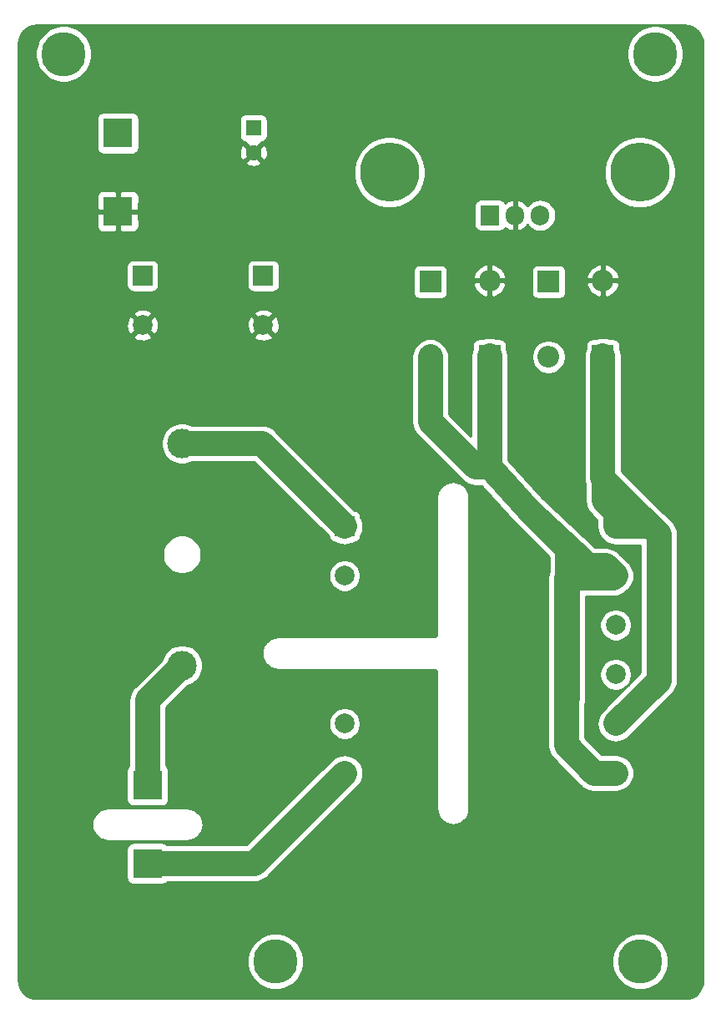
<source format=gbl>
G04 #@! TF.GenerationSoftware,KiCad,Pcbnew,(5.1.5)-3*
G04 #@! TF.CreationDate,2020-04-16T19:35:31+02:00*
G04 #@! TF.ProjectId,5vfrommains,35766672-6f6d-46d6-9169-6e732e6b6963,rev?*
G04 #@! TF.SameCoordinates,Original*
G04 #@! TF.FileFunction,Copper,L2,Bot*
G04 #@! TF.FilePolarity,Positive*
%FSLAX46Y46*%
G04 Gerber Fmt 4.6, Leading zero omitted, Abs format (unit mm)*
G04 Created by KiCad (PCBNEW (5.1.5)-3) date 2020-04-16 19:35:31*
%MOMM*%
%LPD*%
G04 APERTURE LIST*
%ADD10C,2.000000*%
%ADD11R,2.000000X2.000000*%
%ADD12C,3.000000*%
%ADD13R,3.000000X3.000000*%
%ADD14C,1.600000*%
%ADD15R,1.600000X1.600000*%
%ADD16C,6.000000*%
%ADD17C,4.500000*%
%ADD18O,1.905000X2.000000*%
%ADD19R,1.905000X2.000000*%
%ADD20O,2.200000X2.200000*%
%ADD21R,2.200000X2.200000*%
%ADD22C,0.800000*%
%ADD23C,2.500000*%
%ADD24C,0.254000*%
G04 APERTURE END LIST*
D10*
X235000000Y-95900000D03*
X235000000Y-100900000D03*
X235000000Y-105900000D03*
X235000000Y-110900000D03*
X235000000Y-115900000D03*
X235000000Y-120900000D03*
X207500000Y-120900000D03*
X207500000Y-115900000D03*
X207500000Y-100900000D03*
D11*
X207500000Y-95900000D03*
D12*
X191000000Y-87500000D03*
X191000000Y-110000000D03*
D13*
X184500000Y-63960000D03*
X184500000Y-56040000D03*
X187500000Y-130060000D03*
X187500000Y-122140000D03*
D14*
X198250000Y-58000000D03*
D15*
X198250000Y-55500000D03*
D16*
X212050000Y-60000000D03*
X237450000Y-60000000D03*
D17*
X179000000Y-48000000D03*
X239000000Y-48000000D03*
D18*
X227330000Y-64350000D03*
X224790000Y-64350000D03*
D19*
X222250000Y-64350000D03*
D17*
X237500000Y-140000000D03*
X200500000Y-140000000D03*
D20*
X228200000Y-78720000D03*
D21*
X228200000Y-71100000D03*
D20*
X216200000Y-78720000D03*
D21*
X216200000Y-71100000D03*
D20*
X233700000Y-70980000D03*
D21*
X233700000Y-78600000D03*
D20*
X222200000Y-70980000D03*
D21*
X222200000Y-78600000D03*
D10*
X187000000Y-75500000D03*
D11*
X187000000Y-70500000D03*
D10*
X199250000Y-75500000D03*
D11*
X199250000Y-70500000D03*
D22*
X242500000Y-47500000D03*
X235000000Y-47500000D03*
X227500000Y-47500000D03*
X220000000Y-47500000D03*
X212500000Y-47500000D03*
X205000000Y-47500000D03*
X195000000Y-46250000D03*
X205000000Y-67500000D03*
X195000000Y-82500000D03*
X195000000Y-140000000D03*
X205000000Y-142500000D03*
X212500000Y-142500000D03*
X220000000Y-142500000D03*
X227500000Y-142500000D03*
X235000000Y-142500000D03*
X242500000Y-142500000D03*
X242500000Y-135000000D03*
X242500000Y-127500000D03*
X242500000Y-120000000D03*
X242500000Y-112500000D03*
X242500000Y-105000000D03*
X242500000Y-97500000D03*
X242500000Y-90000000D03*
X242500000Y-82500000D03*
X242500000Y-75000000D03*
X240000000Y-67500000D03*
X232500000Y-67500000D03*
X205000000Y-77500000D03*
X205000000Y-80000000D03*
X225000000Y-52500000D03*
X232500000Y-52500000D03*
X240000000Y-52500000D03*
X175000000Y-85000000D03*
X175000000Y-75000000D03*
X175000000Y-65000000D03*
X175000000Y-57500000D03*
X175000000Y-50000000D03*
X175000000Y-92500000D03*
X175000000Y-100000000D03*
X175000000Y-110000000D03*
X175000000Y-117500000D03*
X175000000Y-127500000D03*
X175000000Y-137500000D03*
X180000000Y-142500000D03*
X187500000Y-142500000D03*
X185000000Y-135000000D03*
X182500000Y-105000000D03*
X182500000Y-95000000D03*
X182500000Y-87500000D03*
X218000000Y-48000000D03*
X181000000Y-80000000D03*
X189500000Y-79500000D03*
X202500000Y-62500000D03*
X197500000Y-62500000D03*
X192500000Y-62500000D03*
X192500000Y-58500000D03*
X195000000Y-77500000D03*
X192500000Y-67500000D03*
X207500000Y-72500000D03*
X212500000Y-77500000D03*
X210000000Y-75000000D03*
X188500000Y-46500000D03*
X184500000Y-46500000D03*
X184000000Y-51500000D03*
X191000000Y-51500000D03*
X197500000Y-49000000D03*
D23*
X234000001Y-99900001D02*
X232200001Y-99900001D01*
X235000000Y-100900000D02*
X234000001Y-99900001D01*
X222200000Y-89900000D02*
X222200000Y-78600000D01*
X222200000Y-89900000D02*
X220800000Y-89900000D01*
X216200000Y-85300000D02*
X216200000Y-78720000D01*
X220800000Y-89900000D02*
X216200000Y-85300000D01*
X232200001Y-99900001D02*
X226200000Y-94300000D01*
X226200000Y-94300000D02*
X222200000Y-89900000D01*
X230100000Y-98200000D02*
X226200000Y-94300000D01*
X230000000Y-113400000D02*
X230100000Y-113300000D01*
X230100000Y-113300000D02*
X230100000Y-98200000D01*
X234800000Y-101100000D02*
X235000000Y-100900000D01*
X230000000Y-101100000D02*
X234800000Y-101100000D01*
X230000000Y-118100000D02*
X230000000Y-101100000D01*
X235000000Y-120900000D02*
X232800000Y-120900000D01*
X232800000Y-120900000D02*
X230000000Y-118100000D01*
X235000000Y-95900000D02*
X238600000Y-95900000D01*
X238600000Y-95900000D02*
X239400000Y-96700000D01*
X239400000Y-111500000D02*
X235000000Y-115900000D01*
X239400000Y-96700000D02*
X239400000Y-111500000D01*
X233700000Y-78600000D02*
X233700000Y-91000000D01*
X233800000Y-93285787D02*
X233800000Y-91200000D01*
X235000000Y-94485787D02*
X233800000Y-93285787D01*
X235000000Y-95900000D02*
X235000000Y-94485787D01*
X233700000Y-91000000D02*
X233800000Y-91200000D01*
X233800000Y-91200000D02*
X238600000Y-95900000D01*
X198340000Y-130060000D02*
X207500000Y-120900000D01*
X187500000Y-130060000D02*
X198340000Y-130060000D01*
X187500000Y-113500000D02*
X191000000Y-110000000D01*
X187500000Y-122140000D02*
X187500000Y-113500000D01*
X199100000Y-87500000D02*
X207500000Y-95900000D01*
X191000000Y-87500000D02*
X199100000Y-87500000D01*
D24*
G36*
X242356775Y-45148147D02*
G01*
X242699967Y-45251763D01*
X243016489Y-45420062D01*
X243294299Y-45646637D01*
X243522806Y-45922856D01*
X243693310Y-46238197D01*
X243799319Y-46580656D01*
X243840000Y-46967712D01*
X243840001Y-141867711D01*
X243801853Y-142256776D01*
X243698238Y-142599964D01*
X243529939Y-142916489D01*
X243303365Y-143194296D01*
X243027146Y-143422805D01*
X242711803Y-143593310D01*
X242369344Y-143699319D01*
X241982288Y-143740000D01*
X176282279Y-143740000D01*
X175893224Y-143701853D01*
X175550036Y-143598238D01*
X175233511Y-143429939D01*
X174955704Y-143203365D01*
X174727195Y-142927146D01*
X174556690Y-142611803D01*
X174450681Y-142269344D01*
X174410000Y-141882288D01*
X174410000Y-139715852D01*
X197615000Y-139715852D01*
X197615000Y-140284148D01*
X197725869Y-140841523D01*
X197943346Y-141366560D01*
X198259074Y-141839080D01*
X198660920Y-142240926D01*
X199133440Y-142556654D01*
X199658477Y-142774131D01*
X200215852Y-142885000D01*
X200784148Y-142885000D01*
X201341523Y-142774131D01*
X201866560Y-142556654D01*
X202339080Y-142240926D01*
X202740926Y-141839080D01*
X203056654Y-141366560D01*
X203274131Y-140841523D01*
X203385000Y-140284148D01*
X203385000Y-139715852D01*
X234615000Y-139715852D01*
X234615000Y-140284148D01*
X234725869Y-140841523D01*
X234943346Y-141366560D01*
X235259074Y-141839080D01*
X235660920Y-142240926D01*
X236133440Y-142556654D01*
X236658477Y-142774131D01*
X237215852Y-142885000D01*
X237784148Y-142885000D01*
X238341523Y-142774131D01*
X238866560Y-142556654D01*
X239339080Y-142240926D01*
X239740926Y-141839080D01*
X240056654Y-141366560D01*
X240274131Y-140841523D01*
X240385000Y-140284148D01*
X240385000Y-139715852D01*
X240274131Y-139158477D01*
X240056654Y-138633440D01*
X239740926Y-138160920D01*
X239339080Y-137759074D01*
X238866560Y-137443346D01*
X238341523Y-137225869D01*
X237784148Y-137115000D01*
X237215852Y-137115000D01*
X236658477Y-137225869D01*
X236133440Y-137443346D01*
X235660920Y-137759074D01*
X235259074Y-138160920D01*
X234943346Y-138633440D01*
X234725869Y-139158477D01*
X234615000Y-139715852D01*
X203385000Y-139715852D01*
X203274131Y-139158477D01*
X203056654Y-138633440D01*
X202740926Y-138160920D01*
X202339080Y-137759074D01*
X201866560Y-137443346D01*
X201341523Y-137225869D01*
X200784148Y-137115000D01*
X200215852Y-137115000D01*
X199658477Y-137225869D01*
X199133440Y-137443346D01*
X198660920Y-137759074D01*
X198259074Y-138160920D01*
X197943346Y-138633440D01*
X197725869Y-139158477D01*
X197615000Y-139715852D01*
X174410000Y-139715852D01*
X174410000Y-128560000D01*
X185361928Y-128560000D01*
X185361928Y-131560000D01*
X185374188Y-131684482D01*
X185410498Y-131804180D01*
X185469463Y-131914494D01*
X185548815Y-132011185D01*
X185645506Y-132090537D01*
X185755820Y-132149502D01*
X185875518Y-132185812D01*
X186000000Y-132198072D01*
X189000000Y-132198072D01*
X189124482Y-132185812D01*
X189244180Y-132149502D01*
X189354494Y-132090537D01*
X189451185Y-132011185D01*
X189505501Y-131945000D01*
X198247411Y-131945000D01*
X198340000Y-131954119D01*
X198432589Y-131945000D01*
X198432597Y-131945000D01*
X198709524Y-131917725D01*
X199064848Y-131809939D01*
X199392317Y-131634903D01*
X199679345Y-131399345D01*
X199738374Y-131327418D01*
X208898372Y-122167421D01*
X209074902Y-121952318D01*
X209249938Y-121624849D01*
X209357724Y-121269525D01*
X209394119Y-120900001D01*
X209357724Y-120530477D01*
X209249938Y-120175152D01*
X209074902Y-119847684D01*
X208839344Y-119560656D01*
X208552316Y-119325098D01*
X208224848Y-119150062D01*
X207869523Y-119042276D01*
X207499999Y-119005881D01*
X207130475Y-119042276D01*
X206775151Y-119150062D01*
X206447682Y-119325098D01*
X206232579Y-119501628D01*
X197559208Y-128175000D01*
X189505501Y-128175000D01*
X189451185Y-128108815D01*
X189354494Y-128029463D01*
X189244180Y-127970498D01*
X189124482Y-127934188D01*
X189000000Y-127921928D01*
X186000000Y-127921928D01*
X185875518Y-127934188D01*
X185755820Y-127970498D01*
X185645506Y-128029463D01*
X185548815Y-128108815D01*
X185469463Y-128205506D01*
X185410498Y-128315820D01*
X185374188Y-128435518D01*
X185361928Y-128560000D01*
X174410000Y-128560000D01*
X174410000Y-126166801D01*
X181842740Y-126166801D01*
X181843640Y-126175972D01*
X181864041Y-126370069D01*
X181876068Y-126428658D01*
X181887277Y-126487423D01*
X181889941Y-126496245D01*
X181947653Y-126682683D01*
X181970838Y-126737838D01*
X181993242Y-126793291D01*
X181997568Y-126801427D01*
X182090393Y-126973104D01*
X182123846Y-127022699D01*
X182156600Y-127072753D01*
X182162424Y-127079894D01*
X182286828Y-127230272D01*
X182329263Y-127272411D01*
X182371126Y-127315161D01*
X182378227Y-127321034D01*
X182529469Y-127444384D01*
X182579277Y-127477477D01*
X182628651Y-127511284D01*
X182636757Y-127515667D01*
X182809080Y-127607292D01*
X182864392Y-127630090D01*
X182919366Y-127653652D01*
X182928169Y-127656377D01*
X183115006Y-127712786D01*
X183173686Y-127724405D01*
X183232196Y-127736842D01*
X183241361Y-127737805D01*
X183435594Y-127756850D01*
X183435598Y-127756850D01*
X183467581Y-127760000D01*
X191532419Y-127760000D01*
X191565387Y-127756753D01*
X191578367Y-127756753D01*
X191587532Y-127755790D01*
X191781481Y-127734035D01*
X191839966Y-127721603D01*
X191898676Y-127709978D01*
X191907479Y-127707253D01*
X192093509Y-127648240D01*
X192148519Y-127624662D01*
X192203794Y-127601880D01*
X192211900Y-127597497D01*
X192382925Y-127503475D01*
X192432264Y-127469692D01*
X192482106Y-127436577D01*
X192489206Y-127430703D01*
X192638712Y-127305253D01*
X192680557Y-127262523D01*
X192723013Y-127220362D01*
X192728837Y-127213220D01*
X192851128Y-127061121D01*
X192883887Y-127011059D01*
X192917331Y-126961477D01*
X192921657Y-126953340D01*
X193012077Y-126780385D01*
X193034475Y-126724947D01*
X193057669Y-126669772D01*
X193060332Y-126660950D01*
X193115435Y-126473725D01*
X193126633Y-126415017D01*
X193138672Y-126356372D01*
X193139570Y-126347201D01*
X193157259Y-126152839D01*
X193156842Y-126093057D01*
X193157260Y-126033199D01*
X193156360Y-126024028D01*
X193135959Y-125829931D01*
X193123934Y-125771348D01*
X193112723Y-125712577D01*
X193110059Y-125703755D01*
X193052347Y-125517317D01*
X193029162Y-125462162D01*
X193006758Y-125406709D01*
X193002432Y-125398573D01*
X192909607Y-125226896D01*
X192876139Y-125177278D01*
X192843400Y-125127247D01*
X192837576Y-125120106D01*
X192713172Y-124969728D01*
X192670737Y-124927589D01*
X192628874Y-124884839D01*
X192621773Y-124878966D01*
X192470531Y-124755616D01*
X192420738Y-124722534D01*
X192371349Y-124688716D01*
X192363243Y-124684333D01*
X192190921Y-124592708D01*
X192135606Y-124569909D01*
X192080634Y-124546348D01*
X192071831Y-124543623D01*
X191884995Y-124487214D01*
X191826307Y-124475594D01*
X191767804Y-124463158D01*
X191758639Y-124462195D01*
X191564405Y-124443150D01*
X191564402Y-124443150D01*
X191532419Y-124440000D01*
X183467581Y-124440000D01*
X183434613Y-124443247D01*
X183421633Y-124443247D01*
X183412468Y-124444210D01*
X183218518Y-124465965D01*
X183160019Y-124478400D01*
X183101325Y-124490022D01*
X183092522Y-124492747D01*
X182906491Y-124551760D01*
X182851509Y-124575326D01*
X182796206Y-124598120D01*
X182788100Y-124602503D01*
X182617075Y-124696525D01*
X182567752Y-124730298D01*
X182517894Y-124763423D01*
X182510794Y-124769297D01*
X182361288Y-124894747D01*
X182319443Y-124937477D01*
X182276987Y-124979638D01*
X182271163Y-124986780D01*
X182148872Y-125138880D01*
X182116114Y-125188939D01*
X182082669Y-125238523D01*
X182078343Y-125246660D01*
X181987923Y-125419616D01*
X181965535Y-125475028D01*
X181942331Y-125530228D01*
X181939668Y-125539050D01*
X181884565Y-125726276D01*
X181873360Y-125785014D01*
X181861328Y-125843628D01*
X181860429Y-125852800D01*
X181842741Y-126047161D01*
X181843158Y-126106943D01*
X181842740Y-126166801D01*
X174410000Y-126166801D01*
X174410000Y-120640000D01*
X185361928Y-120640000D01*
X185361928Y-123640000D01*
X185374188Y-123764482D01*
X185410498Y-123884180D01*
X185469463Y-123994494D01*
X185548815Y-124091185D01*
X185645506Y-124170537D01*
X185755820Y-124229502D01*
X185875518Y-124265812D01*
X186000000Y-124278072D01*
X189000000Y-124278072D01*
X189124482Y-124265812D01*
X189244180Y-124229502D01*
X189354494Y-124170537D01*
X189451185Y-124091185D01*
X189530537Y-123994494D01*
X189589502Y-123884180D01*
X189625812Y-123764482D01*
X189638072Y-123640000D01*
X189638072Y-120640000D01*
X189625812Y-120515518D01*
X189589502Y-120395820D01*
X189530537Y-120285506D01*
X189451185Y-120188815D01*
X189385000Y-120134499D01*
X189385000Y-115738967D01*
X205865000Y-115738967D01*
X205865000Y-116061033D01*
X205927832Y-116376912D01*
X206051082Y-116674463D01*
X206230013Y-116942252D01*
X206457748Y-117169987D01*
X206725537Y-117348918D01*
X207023088Y-117472168D01*
X207338967Y-117535000D01*
X207661033Y-117535000D01*
X207976912Y-117472168D01*
X208274463Y-117348918D01*
X208542252Y-117169987D01*
X208769987Y-116942252D01*
X208948918Y-116674463D01*
X209072168Y-116376912D01*
X209135000Y-116061033D01*
X209135000Y-115738967D01*
X209072168Y-115423088D01*
X208948918Y-115125537D01*
X208769987Y-114857748D01*
X208542252Y-114630013D01*
X208274463Y-114451082D01*
X207976912Y-114327832D01*
X207661033Y-114265000D01*
X207338967Y-114265000D01*
X207023088Y-114327832D01*
X206725537Y-114451082D01*
X206457748Y-114630013D01*
X206230013Y-114857748D01*
X206051082Y-115125537D01*
X205927832Y-115423088D01*
X205865000Y-115738967D01*
X189385000Y-115738967D01*
X189385000Y-114280792D01*
X191610377Y-112055415D01*
X191622756Y-112052953D01*
X192011302Y-111892012D01*
X192360983Y-111658363D01*
X192658363Y-111360983D01*
X192892012Y-111011302D01*
X193052953Y-110622756D01*
X193135000Y-110210279D01*
X193135000Y-109789721D01*
X193052953Y-109377244D01*
X192892012Y-108988698D01*
X192777155Y-108816801D01*
X199092740Y-108816801D01*
X199093640Y-108825972D01*
X199114041Y-109020069D01*
X199126068Y-109078658D01*
X199137277Y-109137423D01*
X199139941Y-109146245D01*
X199197653Y-109332683D01*
X199220838Y-109387838D01*
X199243242Y-109443291D01*
X199247568Y-109451427D01*
X199340393Y-109623104D01*
X199373846Y-109672699D01*
X199406600Y-109722753D01*
X199412424Y-109729894D01*
X199536828Y-109880272D01*
X199579263Y-109922411D01*
X199621126Y-109965161D01*
X199628227Y-109971034D01*
X199779469Y-110094384D01*
X199829277Y-110127477D01*
X199878651Y-110161284D01*
X199886757Y-110165667D01*
X200059080Y-110257292D01*
X200114392Y-110280090D01*
X200169366Y-110303652D01*
X200178169Y-110306377D01*
X200365006Y-110362786D01*
X200423686Y-110374405D01*
X200482196Y-110386842D01*
X200491361Y-110387805D01*
X200685594Y-110406850D01*
X200685598Y-110406850D01*
X200717581Y-110410000D01*
X216467721Y-110410000D01*
X216565424Y-110419580D01*
X216628356Y-110438580D01*
X216686405Y-110469445D01*
X216737343Y-110510989D01*
X216779248Y-110561644D01*
X216810515Y-110619471D01*
X216829956Y-110682272D01*
X216840000Y-110777835D01*
X216840001Y-124532419D01*
X216843247Y-124565377D01*
X216843247Y-124578367D01*
X216844210Y-124587532D01*
X216865965Y-124781481D01*
X216878397Y-124839966D01*
X216890022Y-124898676D01*
X216892747Y-124907479D01*
X216951760Y-125093509D01*
X216975338Y-125148519D01*
X216998120Y-125203794D01*
X217002503Y-125211900D01*
X217096525Y-125382925D01*
X217130308Y-125432264D01*
X217163423Y-125482106D01*
X217169297Y-125489206D01*
X217294747Y-125638712D01*
X217337477Y-125680557D01*
X217379638Y-125723013D01*
X217386780Y-125728837D01*
X217538879Y-125851128D01*
X217588941Y-125883887D01*
X217638523Y-125917331D01*
X217646660Y-125921657D01*
X217646663Y-125921659D01*
X217646667Y-125921660D01*
X217819615Y-126012077D01*
X217875053Y-126034475D01*
X217930228Y-126057669D01*
X217939050Y-126060332D01*
X218126275Y-126115435D01*
X218184983Y-126126633D01*
X218243628Y-126138672D01*
X218252799Y-126139570D01*
X218447161Y-126157259D01*
X218506943Y-126156842D01*
X218566801Y-126157260D01*
X218575972Y-126156360D01*
X218770069Y-126135959D01*
X218828658Y-126123932D01*
X218887423Y-126112723D01*
X218896245Y-126110059D01*
X219082683Y-126052347D01*
X219137838Y-126029162D01*
X219193291Y-126006758D01*
X219201427Y-126002432D01*
X219373104Y-125909607D01*
X219422699Y-125876154D01*
X219472753Y-125843400D01*
X219479894Y-125837576D01*
X219630272Y-125713172D01*
X219672411Y-125670737D01*
X219715161Y-125628874D01*
X219721034Y-125621773D01*
X219844384Y-125470531D01*
X219877477Y-125420723D01*
X219911284Y-125371349D01*
X219915667Y-125363243D01*
X220007292Y-125190920D01*
X220030090Y-125135608D01*
X220053652Y-125080634D01*
X220056377Y-125071831D01*
X220112786Y-124884994D01*
X220124405Y-124826314D01*
X220136842Y-124767804D01*
X220137805Y-124758639D01*
X220156850Y-124564406D01*
X220156850Y-124564402D01*
X220160000Y-124532419D01*
X220160000Y-92967581D01*
X220156753Y-92934613D01*
X220156753Y-92921633D01*
X220155790Y-92912468D01*
X220134035Y-92718518D01*
X220121600Y-92660019D01*
X220109978Y-92601325D01*
X220107253Y-92592522D01*
X220048240Y-92406491D01*
X220024674Y-92351509D01*
X220001880Y-92296206D01*
X219997497Y-92288100D01*
X219903475Y-92117075D01*
X219869702Y-92067752D01*
X219836577Y-92017894D01*
X219830703Y-92010794D01*
X219705253Y-91861288D01*
X219662523Y-91819443D01*
X219620362Y-91776987D01*
X219613220Y-91771163D01*
X219461120Y-91648872D01*
X219411061Y-91616114D01*
X219361477Y-91582669D01*
X219353340Y-91578343D01*
X219353337Y-91578341D01*
X219353333Y-91578340D01*
X219180384Y-91487923D01*
X219124972Y-91465535D01*
X219069772Y-91442331D01*
X219060950Y-91439668D01*
X218873724Y-91384565D01*
X218814986Y-91373360D01*
X218756372Y-91361328D01*
X218747200Y-91360429D01*
X218552839Y-91342741D01*
X218493057Y-91343158D01*
X218433199Y-91342740D01*
X218424028Y-91343640D01*
X218229931Y-91364041D01*
X218171348Y-91376066D01*
X218112577Y-91387277D01*
X218103755Y-91389941D01*
X217917317Y-91447653D01*
X217862162Y-91470838D01*
X217806709Y-91493242D01*
X217798573Y-91497568D01*
X217626896Y-91590393D01*
X217577278Y-91623861D01*
X217527247Y-91656600D01*
X217520106Y-91662424D01*
X217369728Y-91786828D01*
X217327589Y-91829263D01*
X217284839Y-91871126D01*
X217278966Y-91878227D01*
X217155616Y-92029469D01*
X217122534Y-92079262D01*
X217088716Y-92128651D01*
X217084333Y-92136757D01*
X216992708Y-92309079D01*
X216969909Y-92364394D01*
X216946348Y-92419366D01*
X216943623Y-92428169D01*
X216887214Y-92615005D01*
X216875594Y-92673693D01*
X216863158Y-92732196D01*
X216862195Y-92741361D01*
X216843150Y-92935595D01*
X216843150Y-92935608D01*
X216840001Y-92967581D01*
X216840000Y-106717721D01*
X216830420Y-106815424D01*
X216811420Y-106878357D01*
X216780554Y-106936406D01*
X216739011Y-106987343D01*
X216688356Y-107029248D01*
X216630529Y-107060515D01*
X216567728Y-107079956D01*
X216472165Y-107090000D01*
X200717581Y-107090000D01*
X200684613Y-107093247D01*
X200671633Y-107093247D01*
X200662468Y-107094210D01*
X200468518Y-107115965D01*
X200410019Y-107128400D01*
X200351325Y-107140022D01*
X200342522Y-107142747D01*
X200156491Y-107201760D01*
X200101509Y-107225326D01*
X200046206Y-107248120D01*
X200038100Y-107252503D01*
X199867075Y-107346525D01*
X199817752Y-107380298D01*
X199767894Y-107413423D01*
X199760794Y-107419297D01*
X199611288Y-107544747D01*
X199569443Y-107587477D01*
X199526987Y-107629638D01*
X199521163Y-107636780D01*
X199398872Y-107788880D01*
X199366114Y-107838939D01*
X199332669Y-107888523D01*
X199328343Y-107896660D01*
X199237923Y-108069616D01*
X199215535Y-108125028D01*
X199192331Y-108180228D01*
X199189668Y-108189050D01*
X199134565Y-108376276D01*
X199123360Y-108435014D01*
X199111328Y-108493628D01*
X199110429Y-108502800D01*
X199092741Y-108697161D01*
X199093158Y-108756943D01*
X199092740Y-108816801D01*
X192777155Y-108816801D01*
X192658363Y-108639017D01*
X192360983Y-108341637D01*
X192011302Y-108107988D01*
X191622756Y-107947047D01*
X191210279Y-107865000D01*
X190789721Y-107865000D01*
X190377244Y-107947047D01*
X189988698Y-108107988D01*
X189639017Y-108341637D01*
X189341637Y-108639017D01*
X189107988Y-108988698D01*
X188947047Y-109377244D01*
X188944585Y-109389623D01*
X186232578Y-112101630D01*
X186160656Y-112160655D01*
X186101631Y-112232577D01*
X186101628Y-112232580D01*
X185925098Y-112447683D01*
X185750062Y-112775152D01*
X185642275Y-113130476D01*
X185605881Y-113500000D01*
X185615001Y-113592599D01*
X185615000Y-120134498D01*
X185548815Y-120188815D01*
X185469463Y-120285506D01*
X185410498Y-120395820D01*
X185374188Y-120515518D01*
X185361928Y-120640000D01*
X174410000Y-120640000D01*
X174410000Y-100738967D01*
X205865000Y-100738967D01*
X205865000Y-101061033D01*
X205927832Y-101376912D01*
X206051082Y-101674463D01*
X206230013Y-101942252D01*
X206457748Y-102169987D01*
X206725537Y-102348918D01*
X207023088Y-102472168D01*
X207338967Y-102535000D01*
X207661033Y-102535000D01*
X207976912Y-102472168D01*
X208274463Y-102348918D01*
X208542252Y-102169987D01*
X208769987Y-101942252D01*
X208948918Y-101674463D01*
X209072168Y-101376912D01*
X209135000Y-101061033D01*
X209135000Y-100738967D01*
X209072168Y-100423088D01*
X208948918Y-100125537D01*
X208769987Y-99857748D01*
X208542252Y-99630013D01*
X208274463Y-99451082D01*
X207976912Y-99327832D01*
X207661033Y-99265000D01*
X207338967Y-99265000D01*
X207023088Y-99327832D01*
X206725537Y-99451082D01*
X206457748Y-99630013D01*
X206230013Y-99857748D01*
X206051082Y-100125537D01*
X205927832Y-100423088D01*
X205865000Y-100738967D01*
X174410000Y-100738967D01*
X174410000Y-98554495D01*
X189015000Y-98554495D01*
X189015000Y-98945505D01*
X189091282Y-99329003D01*
X189240915Y-99690250D01*
X189458149Y-100015364D01*
X189734636Y-100291851D01*
X190059750Y-100509085D01*
X190420997Y-100658718D01*
X190804495Y-100735000D01*
X191195505Y-100735000D01*
X191579003Y-100658718D01*
X191940250Y-100509085D01*
X192265364Y-100291851D01*
X192541851Y-100015364D01*
X192759085Y-99690250D01*
X192908718Y-99329003D01*
X192985000Y-98945505D01*
X192985000Y-98554495D01*
X192908718Y-98170997D01*
X192759085Y-97809750D01*
X192541851Y-97484636D01*
X192265364Y-97208149D01*
X191940250Y-96990915D01*
X191579003Y-96841282D01*
X191195505Y-96765000D01*
X190804495Y-96765000D01*
X190420997Y-96841282D01*
X190059750Y-96990915D01*
X189734636Y-97208149D01*
X189458149Y-97484636D01*
X189240915Y-97809750D01*
X189091282Y-98170997D01*
X189015000Y-98554495D01*
X174410000Y-98554495D01*
X174410000Y-87289721D01*
X188865000Y-87289721D01*
X188865000Y-87710279D01*
X188947047Y-88122756D01*
X189107988Y-88511302D01*
X189341637Y-88860983D01*
X189639017Y-89158363D01*
X189988698Y-89392012D01*
X190377244Y-89552953D01*
X190789721Y-89635000D01*
X191210279Y-89635000D01*
X191622756Y-89552953D01*
X192011302Y-89392012D01*
X192021796Y-89385000D01*
X198319208Y-89385000D01*
X205864956Y-96930749D01*
X205874188Y-97024482D01*
X205910498Y-97144180D01*
X205969463Y-97254494D01*
X206048815Y-97351185D01*
X206145506Y-97430537D01*
X206255820Y-97489502D01*
X206375518Y-97525812D01*
X206500000Y-97538072D01*
X206565865Y-97538072D01*
X206775151Y-97649938D01*
X207130475Y-97757725D01*
X207500000Y-97794119D01*
X207869524Y-97757725D01*
X208224848Y-97649938D01*
X208434134Y-97538072D01*
X208500000Y-97538072D01*
X208624482Y-97525812D01*
X208744180Y-97489502D01*
X208854494Y-97430537D01*
X208951185Y-97351185D01*
X209030537Y-97254494D01*
X209089502Y-97144180D01*
X209125812Y-97024482D01*
X209138072Y-96900000D01*
X209138072Y-96834134D01*
X209249938Y-96624848D01*
X209357725Y-96269524D01*
X209394119Y-95900000D01*
X209357725Y-95530475D01*
X209249938Y-95175151D01*
X209138072Y-94965865D01*
X209138072Y-94900000D01*
X209125812Y-94775518D01*
X209089502Y-94655820D01*
X209030537Y-94545506D01*
X208951185Y-94448815D01*
X208854494Y-94369463D01*
X208744180Y-94310498D01*
X208624482Y-94274188D01*
X208530749Y-94264956D01*
X200498374Y-86232582D01*
X200439345Y-86160655D01*
X200152317Y-85925097D01*
X199824848Y-85750061D01*
X199469524Y-85642275D01*
X199192597Y-85615000D01*
X199192589Y-85615000D01*
X199100000Y-85605881D01*
X199007411Y-85615000D01*
X192021796Y-85615000D01*
X192011302Y-85607988D01*
X191622756Y-85447047D01*
X191210279Y-85365000D01*
X190789721Y-85365000D01*
X190377244Y-85447047D01*
X189988698Y-85607988D01*
X189639017Y-85841637D01*
X189341637Y-86139017D01*
X189107988Y-86488698D01*
X188947047Y-86877244D01*
X188865000Y-87289721D01*
X174410000Y-87289721D01*
X174410000Y-85300000D01*
X214305881Y-85300000D01*
X214315000Y-85392589D01*
X214315000Y-85392596D01*
X214342275Y-85669523D01*
X214450061Y-86024847D01*
X214625097Y-86352317D01*
X214860655Y-86639345D01*
X214932582Y-86698374D01*
X219401626Y-91167418D01*
X219460655Y-91239345D01*
X219747683Y-91474903D01*
X220075152Y-91649939D01*
X220430476Y-91757725D01*
X220707403Y-91785000D01*
X220707412Y-91785000D01*
X220799999Y-91794119D01*
X220892586Y-91785000D01*
X221366134Y-91785000D01*
X224773147Y-95532715D01*
X224801628Y-95567420D01*
X224824644Y-95590436D01*
X224846137Y-95614858D01*
X224857257Y-95625237D01*
X224867500Y-95636504D01*
X224900823Y-95666615D01*
X228215001Y-98980794D01*
X228215001Y-100490730D01*
X228142275Y-100730476D01*
X228105880Y-101100000D01*
X228115001Y-101192607D01*
X228115000Y-113307408D01*
X228105881Y-113400000D01*
X228115000Y-113492592D01*
X228115000Y-118007411D01*
X228105881Y-118100000D01*
X228115000Y-118192589D01*
X228115000Y-118192596D01*
X228142275Y-118469523D01*
X228250061Y-118824847D01*
X228425097Y-119152317D01*
X228660655Y-119439345D01*
X228732582Y-119498374D01*
X231401628Y-122167421D01*
X231460655Y-122239345D01*
X231532577Y-122298370D01*
X231532579Y-122298372D01*
X231594170Y-122348918D01*
X231747683Y-122474903D01*
X232075152Y-122649939D01*
X232322689Y-122725028D01*
X232430475Y-122757725D01*
X232462662Y-122760895D01*
X232707403Y-122785000D01*
X232707411Y-122785000D01*
X232800000Y-122794119D01*
X232892589Y-122785000D01*
X235092597Y-122785000D01*
X235369524Y-122757725D01*
X235724848Y-122649939D01*
X236052317Y-122474903D01*
X236339345Y-122239345D01*
X236574903Y-121952317D01*
X236749939Y-121624848D01*
X236857725Y-121269524D01*
X236894120Y-120900000D01*
X236857725Y-120530476D01*
X236749939Y-120175152D01*
X236574903Y-119847683D01*
X236339345Y-119560655D01*
X236052317Y-119325097D01*
X235724848Y-119150061D01*
X235369524Y-119042275D01*
X235092597Y-119015000D01*
X233580793Y-119015000D01*
X231885000Y-117319208D01*
X231885000Y-113909267D01*
X231957725Y-113669524D01*
X231985000Y-113392597D01*
X231985000Y-113392587D01*
X231994119Y-113300001D01*
X231985000Y-113207414D01*
X231985000Y-110738967D01*
X233365000Y-110738967D01*
X233365000Y-111061033D01*
X233427832Y-111376912D01*
X233551082Y-111674463D01*
X233730013Y-111942252D01*
X233957748Y-112169987D01*
X234225537Y-112348918D01*
X234523088Y-112472168D01*
X234838967Y-112535000D01*
X235161033Y-112535000D01*
X235476912Y-112472168D01*
X235774463Y-112348918D01*
X236042252Y-112169987D01*
X236269987Y-111942252D01*
X236448918Y-111674463D01*
X236572168Y-111376912D01*
X236635000Y-111061033D01*
X236635000Y-110738967D01*
X236572168Y-110423088D01*
X236448918Y-110125537D01*
X236269987Y-109857748D01*
X236042252Y-109630013D01*
X235774463Y-109451082D01*
X235476912Y-109327832D01*
X235161033Y-109265000D01*
X234838967Y-109265000D01*
X234523088Y-109327832D01*
X234225537Y-109451082D01*
X233957748Y-109630013D01*
X233730013Y-109857748D01*
X233551082Y-110125537D01*
X233427832Y-110423088D01*
X233365000Y-110738967D01*
X231985000Y-110738967D01*
X231985000Y-105738967D01*
X233365000Y-105738967D01*
X233365000Y-106061033D01*
X233427832Y-106376912D01*
X233551082Y-106674463D01*
X233730013Y-106942252D01*
X233957748Y-107169987D01*
X234225537Y-107348918D01*
X234523088Y-107472168D01*
X234838967Y-107535000D01*
X235161033Y-107535000D01*
X235476912Y-107472168D01*
X235774463Y-107348918D01*
X236042252Y-107169987D01*
X236269987Y-106942252D01*
X236448918Y-106674463D01*
X236572168Y-106376912D01*
X236635000Y-106061033D01*
X236635000Y-105738967D01*
X236572168Y-105423088D01*
X236448918Y-105125537D01*
X236269987Y-104857748D01*
X236042252Y-104630013D01*
X235774463Y-104451082D01*
X235476912Y-104327832D01*
X235161033Y-104265000D01*
X234838967Y-104265000D01*
X234523088Y-104327832D01*
X234225537Y-104451082D01*
X233957748Y-104630013D01*
X233730013Y-104857748D01*
X233551082Y-105125537D01*
X233427832Y-105423088D01*
X233365000Y-105738967D01*
X231985000Y-105738967D01*
X231985000Y-102985000D01*
X234707411Y-102985000D01*
X234800000Y-102994119D01*
X234892589Y-102985000D01*
X234892597Y-102985000D01*
X235169524Y-102957725D01*
X235524848Y-102849939D01*
X235852317Y-102674903D01*
X236139345Y-102439345D01*
X236198374Y-102367418D01*
X236267428Y-102298364D01*
X236339344Y-102239344D01*
X236398364Y-102167428D01*
X236398372Y-102167420D01*
X236574903Y-101952316D01*
X236749938Y-101624848D01*
X236857725Y-101269523D01*
X236894120Y-100900000D01*
X236857725Y-100530476D01*
X236749938Y-100175151D01*
X236574903Y-99847683D01*
X236339345Y-99560655D01*
X236267418Y-99501626D01*
X235398375Y-98632583D01*
X235339346Y-98560656D01*
X235052318Y-98325098D01*
X234724849Y-98150062D01*
X234369525Y-98042276D01*
X234092598Y-98015001D01*
X234092590Y-98015001D01*
X234000001Y-98005882D01*
X233907412Y-98015001D01*
X232942999Y-98015001D01*
X227542746Y-92974767D01*
X225869569Y-91134272D01*
X231810646Y-91134272D01*
X231830636Y-91251338D01*
X231842276Y-91369524D01*
X231861815Y-91433937D01*
X231873145Y-91500287D01*
X231915001Y-91609667D01*
X231915000Y-93193197D01*
X231905881Y-93285787D01*
X231915000Y-93378376D01*
X231915000Y-93378383D01*
X231934380Y-93575152D01*
X231942275Y-93655311D01*
X231974317Y-93760938D01*
X232050061Y-94010634D01*
X232225097Y-94338104D01*
X232460655Y-94625132D01*
X232532582Y-94684161D01*
X233115000Y-95266579D01*
X233115000Y-95807403D01*
X233105880Y-95900000D01*
X233142275Y-96269524D01*
X233250061Y-96624848D01*
X233376103Y-96860655D01*
X233425097Y-96952317D01*
X233660655Y-97239345D01*
X233947683Y-97474903D01*
X234275152Y-97649939D01*
X234630476Y-97757725D01*
X235000000Y-97794120D01*
X235092597Y-97785000D01*
X237515000Y-97785000D01*
X237515001Y-110719206D01*
X233601628Y-114632580D01*
X233425098Y-114847683D01*
X233250062Y-115175152D01*
X233142275Y-115530476D01*
X233105881Y-115900000D01*
X233142275Y-116269524D01*
X233250062Y-116624848D01*
X233425098Y-116952317D01*
X233660655Y-117239345D01*
X233947683Y-117474902D01*
X234275152Y-117649938D01*
X234630476Y-117757725D01*
X235000000Y-117794119D01*
X235369524Y-117757725D01*
X235724848Y-117649938D01*
X236052317Y-117474902D01*
X236267420Y-117298372D01*
X240667423Y-112898370D01*
X240739345Y-112839345D01*
X240974903Y-112552317D01*
X241149939Y-112224848D01*
X241257725Y-111869524D01*
X241285000Y-111592597D01*
X241294120Y-111500000D01*
X241285000Y-111407403D01*
X241285000Y-96792589D01*
X241294119Y-96700000D01*
X241285000Y-96607411D01*
X241285000Y-96607403D01*
X241257725Y-96330476D01*
X241149939Y-95975152D01*
X240974903Y-95647683D01*
X240739345Y-95360655D01*
X240667418Y-95301626D01*
X239998374Y-94632582D01*
X239939345Y-94560655D01*
X239859735Y-94495321D01*
X235585000Y-90309643D01*
X235585000Y-78507403D01*
X235557725Y-78230476D01*
X235449939Y-77875152D01*
X235438072Y-77852950D01*
X235438072Y-77500000D01*
X235425812Y-77375518D01*
X235389502Y-77255820D01*
X235330537Y-77145506D01*
X235251185Y-77048815D01*
X235154494Y-76969463D01*
X235044180Y-76910498D01*
X234924482Y-76874188D01*
X234800000Y-76861928D01*
X234447049Y-76861928D01*
X234424847Y-76850061D01*
X234069523Y-76742275D01*
X233700000Y-76705880D01*
X233330476Y-76742275D01*
X232975152Y-76850061D01*
X232952950Y-76861928D01*
X232600000Y-76861928D01*
X232475518Y-76874188D01*
X232355820Y-76910498D01*
X232245506Y-76969463D01*
X232148815Y-77048815D01*
X232069463Y-77145506D01*
X232010498Y-77255820D01*
X231974188Y-77375518D01*
X231961928Y-77500000D01*
X231961928Y-77852951D01*
X231950061Y-77875153D01*
X231842275Y-78230477D01*
X231815000Y-78507404D01*
X231815001Y-90974353D01*
X231810646Y-91134272D01*
X225869569Y-91134272D01*
X224085000Y-89171247D01*
X224085000Y-78549117D01*
X226465000Y-78549117D01*
X226465000Y-78890883D01*
X226531675Y-79226081D01*
X226662463Y-79541831D01*
X226852337Y-79825998D01*
X227094002Y-80067663D01*
X227378169Y-80257537D01*
X227693919Y-80388325D01*
X228029117Y-80455000D01*
X228370883Y-80455000D01*
X228706081Y-80388325D01*
X229021831Y-80257537D01*
X229305998Y-80067663D01*
X229547663Y-79825998D01*
X229737537Y-79541831D01*
X229868325Y-79226081D01*
X229935000Y-78890883D01*
X229935000Y-78549117D01*
X229868325Y-78213919D01*
X229737537Y-77898169D01*
X229547663Y-77614002D01*
X229305998Y-77372337D01*
X229021831Y-77182463D01*
X228706081Y-77051675D01*
X228370883Y-76985000D01*
X228029117Y-76985000D01*
X227693919Y-77051675D01*
X227378169Y-77182463D01*
X227094002Y-77372337D01*
X226852337Y-77614002D01*
X226662463Y-77898169D01*
X226531675Y-78213919D01*
X226465000Y-78549117D01*
X224085000Y-78549117D01*
X224085000Y-78507403D01*
X224057725Y-78230476D01*
X223949939Y-77875152D01*
X223938072Y-77852950D01*
X223938072Y-77500000D01*
X223925812Y-77375518D01*
X223889502Y-77255820D01*
X223830537Y-77145506D01*
X223751185Y-77048815D01*
X223654494Y-76969463D01*
X223544180Y-76910498D01*
X223424482Y-76874188D01*
X223300000Y-76861928D01*
X222947050Y-76861928D01*
X222924848Y-76850061D01*
X222569524Y-76742275D01*
X222200000Y-76705880D01*
X221830477Y-76742275D01*
X221475153Y-76850061D01*
X221452951Y-76861928D01*
X221100000Y-76861928D01*
X220975518Y-76874188D01*
X220855820Y-76910498D01*
X220745506Y-76969463D01*
X220648815Y-77048815D01*
X220569463Y-77145506D01*
X220510498Y-77255820D01*
X220474188Y-77375518D01*
X220461928Y-77500000D01*
X220461928Y-77852952D01*
X220450062Y-77875152D01*
X220342276Y-78230476D01*
X220315001Y-78507403D01*
X220315000Y-86749208D01*
X218085000Y-84519208D01*
X218085000Y-78627403D01*
X218057725Y-78350476D01*
X217949939Y-77995152D01*
X217774903Y-77667683D01*
X217539345Y-77380655D01*
X217252317Y-77145097D01*
X216924848Y-76970061D01*
X216569524Y-76862275D01*
X216200000Y-76825880D01*
X215830477Y-76862275D01*
X215475153Y-76970061D01*
X215147684Y-77145097D01*
X214860656Y-77380655D01*
X214625098Y-77667683D01*
X214450062Y-77995152D01*
X214342276Y-78350476D01*
X214315001Y-78627403D01*
X214315000Y-85207411D01*
X214305881Y-85300000D01*
X174410000Y-85300000D01*
X174410000Y-76635413D01*
X186044192Y-76635413D01*
X186139956Y-76899814D01*
X186429571Y-77040704D01*
X186741108Y-77122384D01*
X187062595Y-77141718D01*
X187381675Y-77097961D01*
X187686088Y-76992795D01*
X187860044Y-76899814D01*
X187955808Y-76635413D01*
X198294192Y-76635413D01*
X198389956Y-76899814D01*
X198679571Y-77040704D01*
X198991108Y-77122384D01*
X199312595Y-77141718D01*
X199631675Y-77097961D01*
X199936088Y-76992795D01*
X200110044Y-76899814D01*
X200205808Y-76635413D01*
X199250000Y-75679605D01*
X198294192Y-76635413D01*
X187955808Y-76635413D01*
X187000000Y-75679605D01*
X186044192Y-76635413D01*
X174410000Y-76635413D01*
X174410000Y-75562595D01*
X185358282Y-75562595D01*
X185402039Y-75881675D01*
X185507205Y-76186088D01*
X185600186Y-76360044D01*
X185864587Y-76455808D01*
X186820395Y-75500000D01*
X187179605Y-75500000D01*
X188135413Y-76455808D01*
X188399814Y-76360044D01*
X188540704Y-76070429D01*
X188622384Y-75758892D01*
X188634189Y-75562595D01*
X197608282Y-75562595D01*
X197652039Y-75881675D01*
X197757205Y-76186088D01*
X197850186Y-76360044D01*
X198114587Y-76455808D01*
X199070395Y-75500000D01*
X199429605Y-75500000D01*
X200385413Y-76455808D01*
X200649814Y-76360044D01*
X200790704Y-76070429D01*
X200872384Y-75758892D01*
X200891718Y-75437405D01*
X200847961Y-75118325D01*
X200742795Y-74813912D01*
X200649814Y-74639956D01*
X200385413Y-74544192D01*
X199429605Y-75500000D01*
X199070395Y-75500000D01*
X198114587Y-74544192D01*
X197850186Y-74639956D01*
X197709296Y-74929571D01*
X197627616Y-75241108D01*
X197608282Y-75562595D01*
X188634189Y-75562595D01*
X188641718Y-75437405D01*
X188597961Y-75118325D01*
X188492795Y-74813912D01*
X188399814Y-74639956D01*
X188135413Y-74544192D01*
X187179605Y-75500000D01*
X186820395Y-75500000D01*
X185864587Y-74544192D01*
X185600186Y-74639956D01*
X185459296Y-74929571D01*
X185377616Y-75241108D01*
X185358282Y-75562595D01*
X174410000Y-75562595D01*
X174410000Y-74364587D01*
X186044192Y-74364587D01*
X187000000Y-75320395D01*
X187955808Y-74364587D01*
X198294192Y-74364587D01*
X199250000Y-75320395D01*
X200205808Y-74364587D01*
X200110044Y-74100186D01*
X199820429Y-73959296D01*
X199508892Y-73877616D01*
X199187405Y-73858282D01*
X198868325Y-73902039D01*
X198563912Y-74007205D01*
X198389956Y-74100186D01*
X198294192Y-74364587D01*
X187955808Y-74364587D01*
X187860044Y-74100186D01*
X187570429Y-73959296D01*
X187258892Y-73877616D01*
X186937405Y-73858282D01*
X186618325Y-73902039D01*
X186313912Y-74007205D01*
X186139956Y-74100186D01*
X186044192Y-74364587D01*
X174410000Y-74364587D01*
X174410000Y-69500000D01*
X185361928Y-69500000D01*
X185361928Y-71500000D01*
X185374188Y-71624482D01*
X185410498Y-71744180D01*
X185469463Y-71854494D01*
X185548815Y-71951185D01*
X185645506Y-72030537D01*
X185755820Y-72089502D01*
X185875518Y-72125812D01*
X186000000Y-72138072D01*
X188000000Y-72138072D01*
X188124482Y-72125812D01*
X188244180Y-72089502D01*
X188354494Y-72030537D01*
X188451185Y-71951185D01*
X188530537Y-71854494D01*
X188589502Y-71744180D01*
X188625812Y-71624482D01*
X188638072Y-71500000D01*
X188638072Y-69500000D01*
X197611928Y-69500000D01*
X197611928Y-71500000D01*
X197624188Y-71624482D01*
X197660498Y-71744180D01*
X197719463Y-71854494D01*
X197798815Y-71951185D01*
X197895506Y-72030537D01*
X198005820Y-72089502D01*
X198125518Y-72125812D01*
X198250000Y-72138072D01*
X200250000Y-72138072D01*
X200374482Y-72125812D01*
X200494180Y-72089502D01*
X200604494Y-72030537D01*
X200701185Y-71951185D01*
X200780537Y-71854494D01*
X200839502Y-71744180D01*
X200875812Y-71624482D01*
X200888072Y-71500000D01*
X200888072Y-70000000D01*
X214461928Y-70000000D01*
X214461928Y-72200000D01*
X214474188Y-72324482D01*
X214510498Y-72444180D01*
X214569463Y-72554494D01*
X214648815Y-72651185D01*
X214745506Y-72730537D01*
X214855820Y-72789502D01*
X214975518Y-72825812D01*
X215100000Y-72838072D01*
X217300000Y-72838072D01*
X217424482Y-72825812D01*
X217544180Y-72789502D01*
X217654494Y-72730537D01*
X217751185Y-72651185D01*
X217830537Y-72554494D01*
X217889502Y-72444180D01*
X217925812Y-72324482D01*
X217938072Y-72200000D01*
X217938072Y-71376123D01*
X220510821Y-71376123D01*
X220620558Y-71698054D01*
X220790992Y-71992391D01*
X221015573Y-72247822D01*
X221285671Y-72454531D01*
X221590906Y-72604575D01*
X221803878Y-72669175D01*
X222073000Y-72551125D01*
X222073000Y-71107000D01*
X222327000Y-71107000D01*
X222327000Y-72551125D01*
X222596122Y-72669175D01*
X222809094Y-72604575D01*
X223114329Y-72454531D01*
X223384427Y-72247822D01*
X223609008Y-71992391D01*
X223779442Y-71698054D01*
X223889179Y-71376123D01*
X223771600Y-71107000D01*
X222327000Y-71107000D01*
X222073000Y-71107000D01*
X220628400Y-71107000D01*
X220510821Y-71376123D01*
X217938072Y-71376123D01*
X217938072Y-70583877D01*
X220510821Y-70583877D01*
X220628400Y-70853000D01*
X222073000Y-70853000D01*
X222073000Y-69408875D01*
X222327000Y-69408875D01*
X222327000Y-70853000D01*
X223771600Y-70853000D01*
X223889179Y-70583877D01*
X223779442Y-70261946D01*
X223627764Y-70000000D01*
X226461928Y-70000000D01*
X226461928Y-72200000D01*
X226474188Y-72324482D01*
X226510498Y-72444180D01*
X226569463Y-72554494D01*
X226648815Y-72651185D01*
X226745506Y-72730537D01*
X226855820Y-72789502D01*
X226975518Y-72825812D01*
X227100000Y-72838072D01*
X229300000Y-72838072D01*
X229424482Y-72825812D01*
X229544180Y-72789502D01*
X229654494Y-72730537D01*
X229751185Y-72651185D01*
X229830537Y-72554494D01*
X229889502Y-72444180D01*
X229925812Y-72324482D01*
X229938072Y-72200000D01*
X229938072Y-71376123D01*
X232010821Y-71376123D01*
X232120558Y-71698054D01*
X232290992Y-71992391D01*
X232515573Y-72247822D01*
X232785671Y-72454531D01*
X233090906Y-72604575D01*
X233303878Y-72669175D01*
X233573000Y-72551125D01*
X233573000Y-71107000D01*
X233827000Y-71107000D01*
X233827000Y-72551125D01*
X234096122Y-72669175D01*
X234309094Y-72604575D01*
X234614329Y-72454531D01*
X234884427Y-72247822D01*
X235109008Y-71992391D01*
X235279442Y-71698054D01*
X235389179Y-71376123D01*
X235271600Y-71107000D01*
X233827000Y-71107000D01*
X233573000Y-71107000D01*
X232128400Y-71107000D01*
X232010821Y-71376123D01*
X229938072Y-71376123D01*
X229938072Y-70583877D01*
X232010821Y-70583877D01*
X232128400Y-70853000D01*
X233573000Y-70853000D01*
X233573000Y-69408875D01*
X233827000Y-69408875D01*
X233827000Y-70853000D01*
X235271600Y-70853000D01*
X235389179Y-70583877D01*
X235279442Y-70261946D01*
X235109008Y-69967609D01*
X234884427Y-69712178D01*
X234614329Y-69505469D01*
X234309094Y-69355425D01*
X234096122Y-69290825D01*
X233827000Y-69408875D01*
X233573000Y-69408875D01*
X233303878Y-69290825D01*
X233090906Y-69355425D01*
X232785671Y-69505469D01*
X232515573Y-69712178D01*
X232290992Y-69967609D01*
X232120558Y-70261946D01*
X232010821Y-70583877D01*
X229938072Y-70583877D01*
X229938072Y-70000000D01*
X229925812Y-69875518D01*
X229889502Y-69755820D01*
X229830537Y-69645506D01*
X229751185Y-69548815D01*
X229654494Y-69469463D01*
X229544180Y-69410498D01*
X229424482Y-69374188D01*
X229300000Y-69361928D01*
X227100000Y-69361928D01*
X226975518Y-69374188D01*
X226855820Y-69410498D01*
X226745506Y-69469463D01*
X226648815Y-69548815D01*
X226569463Y-69645506D01*
X226510498Y-69755820D01*
X226474188Y-69875518D01*
X226461928Y-70000000D01*
X223627764Y-70000000D01*
X223609008Y-69967609D01*
X223384427Y-69712178D01*
X223114329Y-69505469D01*
X222809094Y-69355425D01*
X222596122Y-69290825D01*
X222327000Y-69408875D01*
X222073000Y-69408875D01*
X221803878Y-69290825D01*
X221590906Y-69355425D01*
X221285671Y-69505469D01*
X221015573Y-69712178D01*
X220790992Y-69967609D01*
X220620558Y-70261946D01*
X220510821Y-70583877D01*
X217938072Y-70583877D01*
X217938072Y-70000000D01*
X217925812Y-69875518D01*
X217889502Y-69755820D01*
X217830537Y-69645506D01*
X217751185Y-69548815D01*
X217654494Y-69469463D01*
X217544180Y-69410498D01*
X217424482Y-69374188D01*
X217300000Y-69361928D01*
X215100000Y-69361928D01*
X214975518Y-69374188D01*
X214855820Y-69410498D01*
X214745506Y-69469463D01*
X214648815Y-69548815D01*
X214569463Y-69645506D01*
X214510498Y-69755820D01*
X214474188Y-69875518D01*
X214461928Y-70000000D01*
X200888072Y-70000000D01*
X200888072Y-69500000D01*
X200875812Y-69375518D01*
X200839502Y-69255820D01*
X200780537Y-69145506D01*
X200701185Y-69048815D01*
X200604494Y-68969463D01*
X200494180Y-68910498D01*
X200374482Y-68874188D01*
X200250000Y-68861928D01*
X198250000Y-68861928D01*
X198125518Y-68874188D01*
X198005820Y-68910498D01*
X197895506Y-68969463D01*
X197798815Y-69048815D01*
X197719463Y-69145506D01*
X197660498Y-69255820D01*
X197624188Y-69375518D01*
X197611928Y-69500000D01*
X188638072Y-69500000D01*
X188625812Y-69375518D01*
X188589502Y-69255820D01*
X188530537Y-69145506D01*
X188451185Y-69048815D01*
X188354494Y-68969463D01*
X188244180Y-68910498D01*
X188124482Y-68874188D01*
X188000000Y-68861928D01*
X186000000Y-68861928D01*
X185875518Y-68874188D01*
X185755820Y-68910498D01*
X185645506Y-68969463D01*
X185548815Y-69048815D01*
X185469463Y-69145506D01*
X185410498Y-69255820D01*
X185374188Y-69375518D01*
X185361928Y-69500000D01*
X174410000Y-69500000D01*
X174410000Y-65460000D01*
X182361928Y-65460000D01*
X182374188Y-65584482D01*
X182410498Y-65704180D01*
X182469463Y-65814494D01*
X182548815Y-65911185D01*
X182645506Y-65990537D01*
X182755820Y-66049502D01*
X182875518Y-66085812D01*
X183000000Y-66098072D01*
X184214250Y-66095000D01*
X184373000Y-65936250D01*
X184373000Y-64087000D01*
X184627000Y-64087000D01*
X184627000Y-65936250D01*
X184785750Y-66095000D01*
X186000000Y-66098072D01*
X186124482Y-66085812D01*
X186244180Y-66049502D01*
X186354494Y-65990537D01*
X186451185Y-65911185D01*
X186530537Y-65814494D01*
X186589502Y-65704180D01*
X186625812Y-65584482D01*
X186638072Y-65460000D01*
X186635000Y-64245750D01*
X186476250Y-64087000D01*
X184627000Y-64087000D01*
X184373000Y-64087000D01*
X182523750Y-64087000D01*
X182365000Y-64245750D01*
X182361928Y-65460000D01*
X174410000Y-65460000D01*
X174410000Y-62460000D01*
X182361928Y-62460000D01*
X182365000Y-63674250D01*
X182523750Y-63833000D01*
X184373000Y-63833000D01*
X184373000Y-61983750D01*
X184627000Y-61983750D01*
X184627000Y-63833000D01*
X186476250Y-63833000D01*
X186635000Y-63674250D01*
X186638072Y-62460000D01*
X186625812Y-62335518D01*
X186589502Y-62215820D01*
X186530537Y-62105506D01*
X186451185Y-62008815D01*
X186354494Y-61929463D01*
X186244180Y-61870498D01*
X186124482Y-61834188D01*
X186000000Y-61821928D01*
X184785750Y-61825000D01*
X184627000Y-61983750D01*
X184373000Y-61983750D01*
X184214250Y-61825000D01*
X183000000Y-61821928D01*
X182875518Y-61834188D01*
X182755820Y-61870498D01*
X182645506Y-61929463D01*
X182548815Y-62008815D01*
X182469463Y-62105506D01*
X182410498Y-62215820D01*
X182374188Y-62335518D01*
X182361928Y-62460000D01*
X174410000Y-62460000D01*
X174410000Y-59641984D01*
X208415000Y-59641984D01*
X208415000Y-60358016D01*
X208554691Y-61060290D01*
X208828705Y-61721818D01*
X209226511Y-62317177D01*
X209732823Y-62823489D01*
X210328182Y-63221295D01*
X210989710Y-63495309D01*
X211691984Y-63635000D01*
X212408016Y-63635000D01*
X213110290Y-63495309D01*
X213461096Y-63350000D01*
X220659428Y-63350000D01*
X220659428Y-65350000D01*
X220671688Y-65474482D01*
X220707998Y-65594180D01*
X220766963Y-65704494D01*
X220846315Y-65801185D01*
X220943006Y-65880537D01*
X221053320Y-65939502D01*
X221173018Y-65975812D01*
X221297500Y-65988072D01*
X223202500Y-65988072D01*
X223326982Y-65975812D01*
X223446680Y-65939502D01*
X223556994Y-65880537D01*
X223653685Y-65801185D01*
X223733037Y-65704494D01*
X223782059Y-65612781D01*
X223923077Y-65725969D01*
X224198906Y-65869571D01*
X224417020Y-65940563D01*
X224663000Y-65820594D01*
X224663000Y-64477000D01*
X224643000Y-64477000D01*
X224643000Y-64223000D01*
X224663000Y-64223000D01*
X224663000Y-62879406D01*
X224917000Y-62879406D01*
X224917000Y-64223000D01*
X224937000Y-64223000D01*
X224937000Y-64477000D01*
X224917000Y-64477000D01*
X224917000Y-65820594D01*
X225162980Y-65940563D01*
X225381094Y-65869571D01*
X225656923Y-65725969D01*
X225899437Y-65531315D01*
X226054837Y-65346101D01*
X226202037Y-65525463D01*
X226443766Y-65723845D01*
X226719552Y-65871255D01*
X227018797Y-65962030D01*
X227330000Y-65992681D01*
X227641204Y-65962030D01*
X227940449Y-65871255D01*
X228216235Y-65723845D01*
X228457963Y-65525463D01*
X228656345Y-65283734D01*
X228803755Y-65007948D01*
X228894530Y-64708703D01*
X228917500Y-64475485D01*
X228917500Y-64224514D01*
X228894530Y-63991296D01*
X228803755Y-63692051D01*
X228656345Y-63416265D01*
X228457963Y-63174537D01*
X228216234Y-62976155D01*
X227940448Y-62828745D01*
X227641203Y-62737970D01*
X227330000Y-62707319D01*
X227018796Y-62737970D01*
X226719551Y-62828745D01*
X226443765Y-62976155D01*
X226202037Y-63174537D01*
X226054838Y-63353900D01*
X225899437Y-63168685D01*
X225656923Y-62974031D01*
X225381094Y-62830429D01*
X225162980Y-62759437D01*
X224917000Y-62879406D01*
X224663000Y-62879406D01*
X224417020Y-62759437D01*
X224198906Y-62830429D01*
X223923077Y-62974031D01*
X223782059Y-63087219D01*
X223733037Y-62995506D01*
X223653685Y-62898815D01*
X223556994Y-62819463D01*
X223446680Y-62760498D01*
X223326982Y-62724188D01*
X223202500Y-62711928D01*
X221297500Y-62711928D01*
X221173018Y-62724188D01*
X221053320Y-62760498D01*
X220943006Y-62819463D01*
X220846315Y-62898815D01*
X220766963Y-62995506D01*
X220707998Y-63105820D01*
X220671688Y-63225518D01*
X220659428Y-63350000D01*
X213461096Y-63350000D01*
X213771818Y-63221295D01*
X214367177Y-62823489D01*
X214873489Y-62317177D01*
X215271295Y-61721818D01*
X215545309Y-61060290D01*
X215685000Y-60358016D01*
X215685000Y-59641984D01*
X233815000Y-59641984D01*
X233815000Y-60358016D01*
X233954691Y-61060290D01*
X234228705Y-61721818D01*
X234626511Y-62317177D01*
X235132823Y-62823489D01*
X235728182Y-63221295D01*
X236389710Y-63495309D01*
X237091984Y-63635000D01*
X237808016Y-63635000D01*
X238510290Y-63495309D01*
X239171818Y-63221295D01*
X239767177Y-62823489D01*
X240273489Y-62317177D01*
X240671295Y-61721818D01*
X240945309Y-61060290D01*
X241085000Y-60358016D01*
X241085000Y-59641984D01*
X240945309Y-58939710D01*
X240671295Y-58278182D01*
X240273489Y-57682823D01*
X239767177Y-57176511D01*
X239171818Y-56778705D01*
X238510290Y-56504691D01*
X237808016Y-56365000D01*
X237091984Y-56365000D01*
X236389710Y-56504691D01*
X235728182Y-56778705D01*
X235132823Y-57176511D01*
X234626511Y-57682823D01*
X234228705Y-58278182D01*
X233954691Y-58939710D01*
X233815000Y-59641984D01*
X215685000Y-59641984D01*
X215545309Y-58939710D01*
X215271295Y-58278182D01*
X214873489Y-57682823D01*
X214367177Y-57176511D01*
X213771818Y-56778705D01*
X213110290Y-56504691D01*
X212408016Y-56365000D01*
X211691984Y-56365000D01*
X210989710Y-56504691D01*
X210328182Y-56778705D01*
X209732823Y-57176511D01*
X209226511Y-57682823D01*
X208828705Y-58278182D01*
X208554691Y-58939710D01*
X208415000Y-59641984D01*
X174410000Y-59641984D01*
X174410000Y-58992702D01*
X197436903Y-58992702D01*
X197508486Y-59236671D01*
X197763996Y-59357571D01*
X198038184Y-59426300D01*
X198320512Y-59440217D01*
X198600130Y-59398787D01*
X198866292Y-59303603D01*
X198991514Y-59236671D01*
X199063097Y-58992702D01*
X198250000Y-58179605D01*
X197436903Y-58992702D01*
X174410000Y-58992702D01*
X174410000Y-54540000D01*
X182361928Y-54540000D01*
X182361928Y-57540000D01*
X182374188Y-57664482D01*
X182410498Y-57784180D01*
X182469463Y-57894494D01*
X182548815Y-57991185D01*
X182645506Y-58070537D01*
X182755820Y-58129502D01*
X182875518Y-58165812D01*
X183000000Y-58178072D01*
X186000000Y-58178072D01*
X186124482Y-58165812D01*
X186244180Y-58129502D01*
X186354494Y-58070537D01*
X186354524Y-58070512D01*
X196809783Y-58070512D01*
X196851213Y-58350130D01*
X196946397Y-58616292D01*
X197013329Y-58741514D01*
X197257298Y-58813097D01*
X198070395Y-58000000D01*
X198429605Y-58000000D01*
X199242702Y-58813097D01*
X199486671Y-58741514D01*
X199607571Y-58486004D01*
X199676300Y-58211816D01*
X199690217Y-57929488D01*
X199648787Y-57649870D01*
X199553603Y-57383708D01*
X199486671Y-57258486D01*
X199242702Y-57186903D01*
X198429605Y-58000000D01*
X198070395Y-58000000D01*
X197257298Y-57186903D01*
X197013329Y-57258486D01*
X196892429Y-57513996D01*
X196823700Y-57788184D01*
X196809783Y-58070512D01*
X186354524Y-58070512D01*
X186451185Y-57991185D01*
X186530537Y-57894494D01*
X186589502Y-57784180D01*
X186625812Y-57664482D01*
X186638072Y-57540000D01*
X186638072Y-54700000D01*
X196811928Y-54700000D01*
X196811928Y-56300000D01*
X196824188Y-56424482D01*
X196860498Y-56544180D01*
X196919463Y-56654494D01*
X196998815Y-56751185D01*
X197095506Y-56830537D01*
X197205820Y-56889502D01*
X197325518Y-56925812D01*
X197450000Y-56938072D01*
X197457215Y-56938072D01*
X197436903Y-57007298D01*
X198250000Y-57820395D01*
X199063097Y-57007298D01*
X199042785Y-56938072D01*
X199050000Y-56938072D01*
X199174482Y-56925812D01*
X199294180Y-56889502D01*
X199404494Y-56830537D01*
X199501185Y-56751185D01*
X199580537Y-56654494D01*
X199639502Y-56544180D01*
X199675812Y-56424482D01*
X199688072Y-56300000D01*
X199688072Y-54700000D01*
X199675812Y-54575518D01*
X199639502Y-54455820D01*
X199580537Y-54345506D01*
X199501185Y-54248815D01*
X199404494Y-54169463D01*
X199294180Y-54110498D01*
X199174482Y-54074188D01*
X199050000Y-54061928D01*
X197450000Y-54061928D01*
X197325518Y-54074188D01*
X197205820Y-54110498D01*
X197095506Y-54169463D01*
X196998815Y-54248815D01*
X196919463Y-54345506D01*
X196860498Y-54455820D01*
X196824188Y-54575518D01*
X196811928Y-54700000D01*
X186638072Y-54700000D01*
X186638072Y-54540000D01*
X186625812Y-54415518D01*
X186589502Y-54295820D01*
X186530537Y-54185506D01*
X186451185Y-54088815D01*
X186354494Y-54009463D01*
X186244180Y-53950498D01*
X186124482Y-53914188D01*
X186000000Y-53901928D01*
X183000000Y-53901928D01*
X182875518Y-53914188D01*
X182755820Y-53950498D01*
X182645506Y-54009463D01*
X182548815Y-54088815D01*
X182469463Y-54185506D01*
X182410498Y-54295820D01*
X182374188Y-54415518D01*
X182361928Y-54540000D01*
X174410000Y-54540000D01*
X174410000Y-47715852D01*
X176115000Y-47715852D01*
X176115000Y-48284148D01*
X176225869Y-48841523D01*
X176443346Y-49366560D01*
X176759074Y-49839080D01*
X177160920Y-50240926D01*
X177633440Y-50556654D01*
X178158477Y-50774131D01*
X178715852Y-50885000D01*
X179284148Y-50885000D01*
X179841523Y-50774131D01*
X180366560Y-50556654D01*
X180839080Y-50240926D01*
X181240926Y-49839080D01*
X181556654Y-49366560D01*
X181774131Y-48841523D01*
X181885000Y-48284148D01*
X181885000Y-47715852D01*
X236115000Y-47715852D01*
X236115000Y-48284148D01*
X236225869Y-48841523D01*
X236443346Y-49366560D01*
X236759074Y-49839080D01*
X237160920Y-50240926D01*
X237633440Y-50556654D01*
X238158477Y-50774131D01*
X238715852Y-50885000D01*
X239284148Y-50885000D01*
X239841523Y-50774131D01*
X240366560Y-50556654D01*
X240839080Y-50240926D01*
X241240926Y-49839080D01*
X241556654Y-49366560D01*
X241774131Y-48841523D01*
X241885000Y-48284148D01*
X241885000Y-47715852D01*
X241774131Y-47158477D01*
X241556654Y-46633440D01*
X241240926Y-46160920D01*
X240839080Y-45759074D01*
X240366560Y-45443346D01*
X239841523Y-45225869D01*
X239284148Y-45115000D01*
X238715852Y-45115000D01*
X238158477Y-45225869D01*
X237633440Y-45443346D01*
X237160920Y-45759074D01*
X236759074Y-46160920D01*
X236443346Y-46633440D01*
X236225869Y-47158477D01*
X236115000Y-47715852D01*
X181885000Y-47715852D01*
X181774131Y-47158477D01*
X181556654Y-46633440D01*
X181240926Y-46160920D01*
X180839080Y-45759074D01*
X180366560Y-45443346D01*
X179841523Y-45225869D01*
X179284148Y-45115000D01*
X178715852Y-45115000D01*
X178158477Y-45225869D01*
X177633440Y-45443346D01*
X177160920Y-45759074D01*
X176759074Y-46160920D01*
X176443346Y-46633440D01*
X176225869Y-47158477D01*
X176115000Y-47715852D01*
X174410000Y-47715852D01*
X174410000Y-46982279D01*
X174448147Y-46593225D01*
X174551763Y-46250033D01*
X174720062Y-45933511D01*
X174946637Y-45655701D01*
X175222856Y-45427194D01*
X175538197Y-45256690D01*
X175880656Y-45150681D01*
X176267712Y-45110000D01*
X241967721Y-45110000D01*
X242356775Y-45148147D01*
G37*
X242356775Y-45148147D02*
X242699967Y-45251763D01*
X243016489Y-45420062D01*
X243294299Y-45646637D01*
X243522806Y-45922856D01*
X243693310Y-46238197D01*
X243799319Y-46580656D01*
X243840000Y-46967712D01*
X243840001Y-141867711D01*
X243801853Y-142256776D01*
X243698238Y-142599964D01*
X243529939Y-142916489D01*
X243303365Y-143194296D01*
X243027146Y-143422805D01*
X242711803Y-143593310D01*
X242369344Y-143699319D01*
X241982288Y-143740000D01*
X176282279Y-143740000D01*
X175893224Y-143701853D01*
X175550036Y-143598238D01*
X175233511Y-143429939D01*
X174955704Y-143203365D01*
X174727195Y-142927146D01*
X174556690Y-142611803D01*
X174450681Y-142269344D01*
X174410000Y-141882288D01*
X174410000Y-139715852D01*
X197615000Y-139715852D01*
X197615000Y-140284148D01*
X197725869Y-140841523D01*
X197943346Y-141366560D01*
X198259074Y-141839080D01*
X198660920Y-142240926D01*
X199133440Y-142556654D01*
X199658477Y-142774131D01*
X200215852Y-142885000D01*
X200784148Y-142885000D01*
X201341523Y-142774131D01*
X201866560Y-142556654D01*
X202339080Y-142240926D01*
X202740926Y-141839080D01*
X203056654Y-141366560D01*
X203274131Y-140841523D01*
X203385000Y-140284148D01*
X203385000Y-139715852D01*
X234615000Y-139715852D01*
X234615000Y-140284148D01*
X234725869Y-140841523D01*
X234943346Y-141366560D01*
X235259074Y-141839080D01*
X235660920Y-142240926D01*
X236133440Y-142556654D01*
X236658477Y-142774131D01*
X237215852Y-142885000D01*
X237784148Y-142885000D01*
X238341523Y-142774131D01*
X238866560Y-142556654D01*
X239339080Y-142240926D01*
X239740926Y-141839080D01*
X240056654Y-141366560D01*
X240274131Y-140841523D01*
X240385000Y-140284148D01*
X240385000Y-139715852D01*
X240274131Y-139158477D01*
X240056654Y-138633440D01*
X239740926Y-138160920D01*
X239339080Y-137759074D01*
X238866560Y-137443346D01*
X238341523Y-137225869D01*
X237784148Y-137115000D01*
X237215852Y-137115000D01*
X236658477Y-137225869D01*
X236133440Y-137443346D01*
X235660920Y-137759074D01*
X235259074Y-138160920D01*
X234943346Y-138633440D01*
X234725869Y-139158477D01*
X234615000Y-139715852D01*
X203385000Y-139715852D01*
X203274131Y-139158477D01*
X203056654Y-138633440D01*
X202740926Y-138160920D01*
X202339080Y-137759074D01*
X201866560Y-137443346D01*
X201341523Y-137225869D01*
X200784148Y-137115000D01*
X200215852Y-137115000D01*
X199658477Y-137225869D01*
X199133440Y-137443346D01*
X198660920Y-137759074D01*
X198259074Y-138160920D01*
X197943346Y-138633440D01*
X197725869Y-139158477D01*
X197615000Y-139715852D01*
X174410000Y-139715852D01*
X174410000Y-128560000D01*
X185361928Y-128560000D01*
X185361928Y-131560000D01*
X185374188Y-131684482D01*
X185410498Y-131804180D01*
X185469463Y-131914494D01*
X185548815Y-132011185D01*
X185645506Y-132090537D01*
X185755820Y-132149502D01*
X185875518Y-132185812D01*
X186000000Y-132198072D01*
X189000000Y-132198072D01*
X189124482Y-132185812D01*
X189244180Y-132149502D01*
X189354494Y-132090537D01*
X189451185Y-132011185D01*
X189505501Y-131945000D01*
X198247411Y-131945000D01*
X198340000Y-131954119D01*
X198432589Y-131945000D01*
X198432597Y-131945000D01*
X198709524Y-131917725D01*
X199064848Y-131809939D01*
X199392317Y-131634903D01*
X199679345Y-131399345D01*
X199738374Y-131327418D01*
X208898372Y-122167421D01*
X209074902Y-121952318D01*
X209249938Y-121624849D01*
X209357724Y-121269525D01*
X209394119Y-120900001D01*
X209357724Y-120530477D01*
X209249938Y-120175152D01*
X209074902Y-119847684D01*
X208839344Y-119560656D01*
X208552316Y-119325098D01*
X208224848Y-119150062D01*
X207869523Y-119042276D01*
X207499999Y-119005881D01*
X207130475Y-119042276D01*
X206775151Y-119150062D01*
X206447682Y-119325098D01*
X206232579Y-119501628D01*
X197559208Y-128175000D01*
X189505501Y-128175000D01*
X189451185Y-128108815D01*
X189354494Y-128029463D01*
X189244180Y-127970498D01*
X189124482Y-127934188D01*
X189000000Y-127921928D01*
X186000000Y-127921928D01*
X185875518Y-127934188D01*
X185755820Y-127970498D01*
X185645506Y-128029463D01*
X185548815Y-128108815D01*
X185469463Y-128205506D01*
X185410498Y-128315820D01*
X185374188Y-128435518D01*
X185361928Y-128560000D01*
X174410000Y-128560000D01*
X174410000Y-126166801D01*
X181842740Y-126166801D01*
X181843640Y-126175972D01*
X181864041Y-126370069D01*
X181876068Y-126428658D01*
X181887277Y-126487423D01*
X181889941Y-126496245D01*
X181947653Y-126682683D01*
X181970838Y-126737838D01*
X181993242Y-126793291D01*
X181997568Y-126801427D01*
X182090393Y-126973104D01*
X182123846Y-127022699D01*
X182156600Y-127072753D01*
X182162424Y-127079894D01*
X182286828Y-127230272D01*
X182329263Y-127272411D01*
X182371126Y-127315161D01*
X182378227Y-127321034D01*
X182529469Y-127444384D01*
X182579277Y-127477477D01*
X182628651Y-127511284D01*
X182636757Y-127515667D01*
X182809080Y-127607292D01*
X182864392Y-127630090D01*
X182919366Y-127653652D01*
X182928169Y-127656377D01*
X183115006Y-127712786D01*
X183173686Y-127724405D01*
X183232196Y-127736842D01*
X183241361Y-127737805D01*
X183435594Y-127756850D01*
X183435598Y-127756850D01*
X183467581Y-127760000D01*
X191532419Y-127760000D01*
X191565387Y-127756753D01*
X191578367Y-127756753D01*
X191587532Y-127755790D01*
X191781481Y-127734035D01*
X191839966Y-127721603D01*
X191898676Y-127709978D01*
X191907479Y-127707253D01*
X192093509Y-127648240D01*
X192148519Y-127624662D01*
X192203794Y-127601880D01*
X192211900Y-127597497D01*
X192382925Y-127503475D01*
X192432264Y-127469692D01*
X192482106Y-127436577D01*
X192489206Y-127430703D01*
X192638712Y-127305253D01*
X192680557Y-127262523D01*
X192723013Y-127220362D01*
X192728837Y-127213220D01*
X192851128Y-127061121D01*
X192883887Y-127011059D01*
X192917331Y-126961477D01*
X192921657Y-126953340D01*
X193012077Y-126780385D01*
X193034475Y-126724947D01*
X193057669Y-126669772D01*
X193060332Y-126660950D01*
X193115435Y-126473725D01*
X193126633Y-126415017D01*
X193138672Y-126356372D01*
X193139570Y-126347201D01*
X193157259Y-126152839D01*
X193156842Y-126093057D01*
X193157260Y-126033199D01*
X193156360Y-126024028D01*
X193135959Y-125829931D01*
X193123934Y-125771348D01*
X193112723Y-125712577D01*
X193110059Y-125703755D01*
X193052347Y-125517317D01*
X193029162Y-125462162D01*
X193006758Y-125406709D01*
X193002432Y-125398573D01*
X192909607Y-125226896D01*
X192876139Y-125177278D01*
X192843400Y-125127247D01*
X192837576Y-125120106D01*
X192713172Y-124969728D01*
X192670737Y-124927589D01*
X192628874Y-124884839D01*
X192621773Y-124878966D01*
X192470531Y-124755616D01*
X192420738Y-124722534D01*
X192371349Y-124688716D01*
X192363243Y-124684333D01*
X192190921Y-124592708D01*
X192135606Y-124569909D01*
X192080634Y-124546348D01*
X192071831Y-124543623D01*
X191884995Y-124487214D01*
X191826307Y-124475594D01*
X191767804Y-124463158D01*
X191758639Y-124462195D01*
X191564405Y-124443150D01*
X191564402Y-124443150D01*
X191532419Y-124440000D01*
X183467581Y-124440000D01*
X183434613Y-124443247D01*
X183421633Y-124443247D01*
X183412468Y-124444210D01*
X183218518Y-124465965D01*
X183160019Y-124478400D01*
X183101325Y-124490022D01*
X183092522Y-124492747D01*
X182906491Y-124551760D01*
X182851509Y-124575326D01*
X182796206Y-124598120D01*
X182788100Y-124602503D01*
X182617075Y-124696525D01*
X182567752Y-124730298D01*
X182517894Y-124763423D01*
X182510794Y-124769297D01*
X182361288Y-124894747D01*
X182319443Y-124937477D01*
X182276987Y-124979638D01*
X182271163Y-124986780D01*
X182148872Y-125138880D01*
X182116114Y-125188939D01*
X182082669Y-125238523D01*
X182078343Y-125246660D01*
X181987923Y-125419616D01*
X181965535Y-125475028D01*
X181942331Y-125530228D01*
X181939668Y-125539050D01*
X181884565Y-125726276D01*
X181873360Y-125785014D01*
X181861328Y-125843628D01*
X181860429Y-125852800D01*
X181842741Y-126047161D01*
X181843158Y-126106943D01*
X181842740Y-126166801D01*
X174410000Y-126166801D01*
X174410000Y-120640000D01*
X185361928Y-120640000D01*
X185361928Y-123640000D01*
X185374188Y-123764482D01*
X185410498Y-123884180D01*
X185469463Y-123994494D01*
X185548815Y-124091185D01*
X185645506Y-124170537D01*
X185755820Y-124229502D01*
X185875518Y-124265812D01*
X186000000Y-124278072D01*
X189000000Y-124278072D01*
X189124482Y-124265812D01*
X189244180Y-124229502D01*
X189354494Y-124170537D01*
X189451185Y-124091185D01*
X189530537Y-123994494D01*
X189589502Y-123884180D01*
X189625812Y-123764482D01*
X189638072Y-123640000D01*
X189638072Y-120640000D01*
X189625812Y-120515518D01*
X189589502Y-120395820D01*
X189530537Y-120285506D01*
X189451185Y-120188815D01*
X189385000Y-120134499D01*
X189385000Y-115738967D01*
X205865000Y-115738967D01*
X205865000Y-116061033D01*
X205927832Y-116376912D01*
X206051082Y-116674463D01*
X206230013Y-116942252D01*
X206457748Y-117169987D01*
X206725537Y-117348918D01*
X207023088Y-117472168D01*
X207338967Y-117535000D01*
X207661033Y-117535000D01*
X207976912Y-117472168D01*
X208274463Y-117348918D01*
X208542252Y-117169987D01*
X208769987Y-116942252D01*
X208948918Y-116674463D01*
X209072168Y-116376912D01*
X209135000Y-116061033D01*
X209135000Y-115738967D01*
X209072168Y-115423088D01*
X208948918Y-115125537D01*
X208769987Y-114857748D01*
X208542252Y-114630013D01*
X208274463Y-114451082D01*
X207976912Y-114327832D01*
X207661033Y-114265000D01*
X207338967Y-114265000D01*
X207023088Y-114327832D01*
X206725537Y-114451082D01*
X206457748Y-114630013D01*
X206230013Y-114857748D01*
X206051082Y-115125537D01*
X205927832Y-115423088D01*
X205865000Y-115738967D01*
X189385000Y-115738967D01*
X189385000Y-114280792D01*
X191610377Y-112055415D01*
X191622756Y-112052953D01*
X192011302Y-111892012D01*
X192360983Y-111658363D01*
X192658363Y-111360983D01*
X192892012Y-111011302D01*
X193052953Y-110622756D01*
X193135000Y-110210279D01*
X193135000Y-109789721D01*
X193052953Y-109377244D01*
X192892012Y-108988698D01*
X192777155Y-108816801D01*
X199092740Y-108816801D01*
X199093640Y-108825972D01*
X199114041Y-109020069D01*
X199126068Y-109078658D01*
X199137277Y-109137423D01*
X199139941Y-109146245D01*
X199197653Y-109332683D01*
X199220838Y-109387838D01*
X199243242Y-109443291D01*
X199247568Y-109451427D01*
X199340393Y-109623104D01*
X199373846Y-109672699D01*
X199406600Y-109722753D01*
X199412424Y-109729894D01*
X199536828Y-109880272D01*
X199579263Y-109922411D01*
X199621126Y-109965161D01*
X199628227Y-109971034D01*
X199779469Y-110094384D01*
X199829277Y-110127477D01*
X199878651Y-110161284D01*
X199886757Y-110165667D01*
X200059080Y-110257292D01*
X200114392Y-110280090D01*
X200169366Y-110303652D01*
X200178169Y-110306377D01*
X200365006Y-110362786D01*
X200423686Y-110374405D01*
X200482196Y-110386842D01*
X200491361Y-110387805D01*
X200685594Y-110406850D01*
X200685598Y-110406850D01*
X200717581Y-110410000D01*
X216467721Y-110410000D01*
X216565424Y-110419580D01*
X216628356Y-110438580D01*
X216686405Y-110469445D01*
X216737343Y-110510989D01*
X216779248Y-110561644D01*
X216810515Y-110619471D01*
X216829956Y-110682272D01*
X216840000Y-110777835D01*
X216840001Y-124532419D01*
X216843247Y-124565377D01*
X216843247Y-124578367D01*
X216844210Y-124587532D01*
X216865965Y-124781481D01*
X216878397Y-124839966D01*
X216890022Y-124898676D01*
X216892747Y-124907479D01*
X216951760Y-125093509D01*
X216975338Y-125148519D01*
X216998120Y-125203794D01*
X217002503Y-125211900D01*
X217096525Y-125382925D01*
X217130308Y-125432264D01*
X217163423Y-125482106D01*
X217169297Y-125489206D01*
X217294747Y-125638712D01*
X217337477Y-125680557D01*
X217379638Y-125723013D01*
X217386780Y-125728837D01*
X217538879Y-125851128D01*
X217588941Y-125883887D01*
X217638523Y-125917331D01*
X217646660Y-125921657D01*
X217646663Y-125921659D01*
X217646667Y-125921660D01*
X217819615Y-126012077D01*
X217875053Y-126034475D01*
X217930228Y-126057669D01*
X217939050Y-126060332D01*
X218126275Y-126115435D01*
X218184983Y-126126633D01*
X218243628Y-126138672D01*
X218252799Y-126139570D01*
X218447161Y-126157259D01*
X218506943Y-126156842D01*
X218566801Y-126157260D01*
X218575972Y-126156360D01*
X218770069Y-126135959D01*
X218828658Y-126123932D01*
X218887423Y-126112723D01*
X218896245Y-126110059D01*
X219082683Y-126052347D01*
X219137838Y-126029162D01*
X219193291Y-126006758D01*
X219201427Y-126002432D01*
X219373104Y-125909607D01*
X219422699Y-125876154D01*
X219472753Y-125843400D01*
X219479894Y-125837576D01*
X219630272Y-125713172D01*
X219672411Y-125670737D01*
X219715161Y-125628874D01*
X219721034Y-125621773D01*
X219844384Y-125470531D01*
X219877477Y-125420723D01*
X219911284Y-125371349D01*
X219915667Y-125363243D01*
X220007292Y-125190920D01*
X220030090Y-125135608D01*
X220053652Y-125080634D01*
X220056377Y-125071831D01*
X220112786Y-124884994D01*
X220124405Y-124826314D01*
X220136842Y-124767804D01*
X220137805Y-124758639D01*
X220156850Y-124564406D01*
X220156850Y-124564402D01*
X220160000Y-124532419D01*
X220160000Y-92967581D01*
X220156753Y-92934613D01*
X220156753Y-92921633D01*
X220155790Y-92912468D01*
X220134035Y-92718518D01*
X220121600Y-92660019D01*
X220109978Y-92601325D01*
X220107253Y-92592522D01*
X220048240Y-92406491D01*
X220024674Y-92351509D01*
X220001880Y-92296206D01*
X219997497Y-92288100D01*
X219903475Y-92117075D01*
X219869702Y-92067752D01*
X219836577Y-92017894D01*
X219830703Y-92010794D01*
X219705253Y-91861288D01*
X219662523Y-91819443D01*
X219620362Y-91776987D01*
X219613220Y-91771163D01*
X219461120Y-91648872D01*
X219411061Y-91616114D01*
X219361477Y-91582669D01*
X219353340Y-91578343D01*
X219353337Y-91578341D01*
X219353333Y-91578340D01*
X219180384Y-91487923D01*
X219124972Y-91465535D01*
X219069772Y-91442331D01*
X219060950Y-91439668D01*
X218873724Y-91384565D01*
X218814986Y-91373360D01*
X218756372Y-91361328D01*
X218747200Y-91360429D01*
X218552839Y-91342741D01*
X218493057Y-91343158D01*
X218433199Y-91342740D01*
X218424028Y-91343640D01*
X218229931Y-91364041D01*
X218171348Y-91376066D01*
X218112577Y-91387277D01*
X218103755Y-91389941D01*
X217917317Y-91447653D01*
X217862162Y-91470838D01*
X217806709Y-91493242D01*
X217798573Y-91497568D01*
X217626896Y-91590393D01*
X217577278Y-91623861D01*
X217527247Y-91656600D01*
X217520106Y-91662424D01*
X217369728Y-91786828D01*
X217327589Y-91829263D01*
X217284839Y-91871126D01*
X217278966Y-91878227D01*
X217155616Y-92029469D01*
X217122534Y-92079262D01*
X217088716Y-92128651D01*
X217084333Y-92136757D01*
X216992708Y-92309079D01*
X216969909Y-92364394D01*
X216946348Y-92419366D01*
X216943623Y-92428169D01*
X216887214Y-92615005D01*
X216875594Y-92673693D01*
X216863158Y-92732196D01*
X216862195Y-92741361D01*
X216843150Y-92935595D01*
X216843150Y-92935608D01*
X216840001Y-92967581D01*
X216840000Y-106717721D01*
X216830420Y-106815424D01*
X216811420Y-106878357D01*
X216780554Y-106936406D01*
X216739011Y-106987343D01*
X216688356Y-107029248D01*
X216630529Y-107060515D01*
X216567728Y-107079956D01*
X216472165Y-107090000D01*
X200717581Y-107090000D01*
X200684613Y-107093247D01*
X200671633Y-107093247D01*
X200662468Y-107094210D01*
X200468518Y-107115965D01*
X200410019Y-107128400D01*
X200351325Y-107140022D01*
X200342522Y-107142747D01*
X200156491Y-107201760D01*
X200101509Y-107225326D01*
X200046206Y-107248120D01*
X200038100Y-107252503D01*
X199867075Y-107346525D01*
X199817752Y-107380298D01*
X199767894Y-107413423D01*
X199760794Y-107419297D01*
X199611288Y-107544747D01*
X199569443Y-107587477D01*
X199526987Y-107629638D01*
X199521163Y-107636780D01*
X199398872Y-107788880D01*
X199366114Y-107838939D01*
X199332669Y-107888523D01*
X199328343Y-107896660D01*
X199237923Y-108069616D01*
X199215535Y-108125028D01*
X199192331Y-108180228D01*
X199189668Y-108189050D01*
X199134565Y-108376276D01*
X199123360Y-108435014D01*
X199111328Y-108493628D01*
X199110429Y-108502800D01*
X199092741Y-108697161D01*
X199093158Y-108756943D01*
X199092740Y-108816801D01*
X192777155Y-108816801D01*
X192658363Y-108639017D01*
X192360983Y-108341637D01*
X192011302Y-108107988D01*
X191622756Y-107947047D01*
X191210279Y-107865000D01*
X190789721Y-107865000D01*
X190377244Y-107947047D01*
X189988698Y-108107988D01*
X189639017Y-108341637D01*
X189341637Y-108639017D01*
X189107988Y-108988698D01*
X188947047Y-109377244D01*
X188944585Y-109389623D01*
X186232578Y-112101630D01*
X186160656Y-112160655D01*
X186101631Y-112232577D01*
X186101628Y-112232580D01*
X185925098Y-112447683D01*
X185750062Y-112775152D01*
X185642275Y-113130476D01*
X185605881Y-113500000D01*
X185615001Y-113592599D01*
X185615000Y-120134498D01*
X185548815Y-120188815D01*
X185469463Y-120285506D01*
X185410498Y-120395820D01*
X185374188Y-120515518D01*
X185361928Y-120640000D01*
X174410000Y-120640000D01*
X174410000Y-100738967D01*
X205865000Y-100738967D01*
X205865000Y-101061033D01*
X205927832Y-101376912D01*
X206051082Y-101674463D01*
X206230013Y-101942252D01*
X206457748Y-102169987D01*
X206725537Y-102348918D01*
X207023088Y-102472168D01*
X207338967Y-102535000D01*
X207661033Y-102535000D01*
X207976912Y-102472168D01*
X208274463Y-102348918D01*
X208542252Y-102169987D01*
X208769987Y-101942252D01*
X208948918Y-101674463D01*
X209072168Y-101376912D01*
X209135000Y-101061033D01*
X209135000Y-100738967D01*
X209072168Y-100423088D01*
X208948918Y-100125537D01*
X208769987Y-99857748D01*
X208542252Y-99630013D01*
X208274463Y-99451082D01*
X207976912Y-99327832D01*
X207661033Y-99265000D01*
X207338967Y-99265000D01*
X207023088Y-99327832D01*
X206725537Y-99451082D01*
X206457748Y-99630013D01*
X206230013Y-99857748D01*
X206051082Y-100125537D01*
X205927832Y-100423088D01*
X205865000Y-100738967D01*
X174410000Y-100738967D01*
X174410000Y-98554495D01*
X189015000Y-98554495D01*
X189015000Y-98945505D01*
X189091282Y-99329003D01*
X189240915Y-99690250D01*
X189458149Y-100015364D01*
X189734636Y-100291851D01*
X190059750Y-100509085D01*
X190420997Y-100658718D01*
X190804495Y-100735000D01*
X191195505Y-100735000D01*
X191579003Y-100658718D01*
X191940250Y-100509085D01*
X192265364Y-100291851D01*
X192541851Y-100015364D01*
X192759085Y-99690250D01*
X192908718Y-99329003D01*
X192985000Y-98945505D01*
X192985000Y-98554495D01*
X192908718Y-98170997D01*
X192759085Y-97809750D01*
X192541851Y-97484636D01*
X192265364Y-97208149D01*
X191940250Y-96990915D01*
X191579003Y-96841282D01*
X191195505Y-96765000D01*
X190804495Y-96765000D01*
X190420997Y-96841282D01*
X190059750Y-96990915D01*
X189734636Y-97208149D01*
X189458149Y-97484636D01*
X189240915Y-97809750D01*
X189091282Y-98170997D01*
X189015000Y-98554495D01*
X174410000Y-98554495D01*
X174410000Y-87289721D01*
X188865000Y-87289721D01*
X188865000Y-87710279D01*
X188947047Y-88122756D01*
X189107988Y-88511302D01*
X189341637Y-88860983D01*
X189639017Y-89158363D01*
X189988698Y-89392012D01*
X190377244Y-89552953D01*
X190789721Y-89635000D01*
X191210279Y-89635000D01*
X191622756Y-89552953D01*
X192011302Y-89392012D01*
X192021796Y-89385000D01*
X198319208Y-89385000D01*
X205864956Y-96930749D01*
X205874188Y-97024482D01*
X205910498Y-97144180D01*
X205969463Y-97254494D01*
X206048815Y-97351185D01*
X206145506Y-97430537D01*
X206255820Y-97489502D01*
X206375518Y-97525812D01*
X206500000Y-97538072D01*
X206565865Y-97538072D01*
X206775151Y-97649938D01*
X207130475Y-97757725D01*
X207500000Y-97794119D01*
X207869524Y-97757725D01*
X208224848Y-97649938D01*
X208434134Y-97538072D01*
X208500000Y-97538072D01*
X208624482Y-97525812D01*
X208744180Y-97489502D01*
X208854494Y-97430537D01*
X208951185Y-97351185D01*
X209030537Y-97254494D01*
X209089502Y-97144180D01*
X209125812Y-97024482D01*
X209138072Y-96900000D01*
X209138072Y-96834134D01*
X209249938Y-96624848D01*
X209357725Y-96269524D01*
X209394119Y-95900000D01*
X209357725Y-95530475D01*
X209249938Y-95175151D01*
X209138072Y-94965865D01*
X209138072Y-94900000D01*
X209125812Y-94775518D01*
X209089502Y-94655820D01*
X209030537Y-94545506D01*
X208951185Y-94448815D01*
X208854494Y-94369463D01*
X208744180Y-94310498D01*
X208624482Y-94274188D01*
X208530749Y-94264956D01*
X200498374Y-86232582D01*
X200439345Y-86160655D01*
X200152317Y-85925097D01*
X199824848Y-85750061D01*
X199469524Y-85642275D01*
X199192597Y-85615000D01*
X199192589Y-85615000D01*
X199100000Y-85605881D01*
X199007411Y-85615000D01*
X192021796Y-85615000D01*
X192011302Y-85607988D01*
X191622756Y-85447047D01*
X191210279Y-85365000D01*
X190789721Y-85365000D01*
X190377244Y-85447047D01*
X189988698Y-85607988D01*
X189639017Y-85841637D01*
X189341637Y-86139017D01*
X189107988Y-86488698D01*
X188947047Y-86877244D01*
X188865000Y-87289721D01*
X174410000Y-87289721D01*
X174410000Y-85300000D01*
X214305881Y-85300000D01*
X214315000Y-85392589D01*
X214315000Y-85392596D01*
X214342275Y-85669523D01*
X214450061Y-86024847D01*
X214625097Y-86352317D01*
X214860655Y-86639345D01*
X214932582Y-86698374D01*
X219401626Y-91167418D01*
X219460655Y-91239345D01*
X219747683Y-91474903D01*
X220075152Y-91649939D01*
X220430476Y-91757725D01*
X220707403Y-91785000D01*
X220707412Y-91785000D01*
X220799999Y-91794119D01*
X220892586Y-91785000D01*
X221366134Y-91785000D01*
X224773147Y-95532715D01*
X224801628Y-95567420D01*
X224824644Y-95590436D01*
X224846137Y-95614858D01*
X224857257Y-95625237D01*
X224867500Y-95636504D01*
X224900823Y-95666615D01*
X228215001Y-98980794D01*
X228215001Y-100490730D01*
X228142275Y-100730476D01*
X228105880Y-101100000D01*
X228115001Y-101192607D01*
X228115000Y-113307408D01*
X228105881Y-113400000D01*
X228115000Y-113492592D01*
X228115000Y-118007411D01*
X228105881Y-118100000D01*
X228115000Y-118192589D01*
X228115000Y-118192596D01*
X228142275Y-118469523D01*
X228250061Y-118824847D01*
X228425097Y-119152317D01*
X228660655Y-119439345D01*
X228732582Y-119498374D01*
X231401628Y-122167421D01*
X231460655Y-122239345D01*
X231532577Y-122298370D01*
X231532579Y-122298372D01*
X231594170Y-122348918D01*
X231747683Y-122474903D01*
X232075152Y-122649939D01*
X232322689Y-122725028D01*
X232430475Y-122757725D01*
X232462662Y-122760895D01*
X232707403Y-122785000D01*
X232707411Y-122785000D01*
X232800000Y-122794119D01*
X232892589Y-122785000D01*
X235092597Y-122785000D01*
X235369524Y-122757725D01*
X235724848Y-122649939D01*
X236052317Y-122474903D01*
X236339345Y-122239345D01*
X236574903Y-121952317D01*
X236749939Y-121624848D01*
X236857725Y-121269524D01*
X236894120Y-120900000D01*
X236857725Y-120530476D01*
X236749939Y-120175152D01*
X236574903Y-119847683D01*
X236339345Y-119560655D01*
X236052317Y-119325097D01*
X235724848Y-119150061D01*
X235369524Y-119042275D01*
X235092597Y-119015000D01*
X233580793Y-119015000D01*
X231885000Y-117319208D01*
X231885000Y-113909267D01*
X231957725Y-113669524D01*
X231985000Y-113392597D01*
X231985000Y-113392587D01*
X231994119Y-113300001D01*
X231985000Y-113207414D01*
X231985000Y-110738967D01*
X233365000Y-110738967D01*
X233365000Y-111061033D01*
X233427832Y-111376912D01*
X233551082Y-111674463D01*
X233730013Y-111942252D01*
X233957748Y-112169987D01*
X234225537Y-112348918D01*
X234523088Y-112472168D01*
X234838967Y-112535000D01*
X235161033Y-112535000D01*
X235476912Y-112472168D01*
X235774463Y-112348918D01*
X236042252Y-112169987D01*
X236269987Y-111942252D01*
X236448918Y-111674463D01*
X236572168Y-111376912D01*
X236635000Y-111061033D01*
X236635000Y-110738967D01*
X236572168Y-110423088D01*
X236448918Y-110125537D01*
X236269987Y-109857748D01*
X236042252Y-109630013D01*
X235774463Y-109451082D01*
X235476912Y-109327832D01*
X235161033Y-109265000D01*
X234838967Y-109265000D01*
X234523088Y-109327832D01*
X234225537Y-109451082D01*
X233957748Y-109630013D01*
X233730013Y-109857748D01*
X233551082Y-110125537D01*
X233427832Y-110423088D01*
X233365000Y-110738967D01*
X231985000Y-110738967D01*
X231985000Y-105738967D01*
X233365000Y-105738967D01*
X233365000Y-106061033D01*
X233427832Y-106376912D01*
X233551082Y-106674463D01*
X233730013Y-106942252D01*
X233957748Y-107169987D01*
X234225537Y-107348918D01*
X234523088Y-107472168D01*
X234838967Y-107535000D01*
X235161033Y-107535000D01*
X235476912Y-107472168D01*
X235774463Y-107348918D01*
X236042252Y-107169987D01*
X236269987Y-106942252D01*
X236448918Y-106674463D01*
X236572168Y-106376912D01*
X236635000Y-106061033D01*
X236635000Y-105738967D01*
X236572168Y-105423088D01*
X236448918Y-105125537D01*
X236269987Y-104857748D01*
X236042252Y-104630013D01*
X235774463Y-104451082D01*
X235476912Y-104327832D01*
X235161033Y-104265000D01*
X234838967Y-104265000D01*
X234523088Y-104327832D01*
X234225537Y-104451082D01*
X233957748Y-104630013D01*
X233730013Y-104857748D01*
X233551082Y-105125537D01*
X233427832Y-105423088D01*
X233365000Y-105738967D01*
X231985000Y-105738967D01*
X231985000Y-102985000D01*
X234707411Y-102985000D01*
X234800000Y-102994119D01*
X234892589Y-102985000D01*
X234892597Y-102985000D01*
X235169524Y-102957725D01*
X235524848Y-102849939D01*
X235852317Y-102674903D01*
X236139345Y-102439345D01*
X236198374Y-102367418D01*
X236267428Y-102298364D01*
X236339344Y-102239344D01*
X236398364Y-102167428D01*
X236398372Y-102167420D01*
X236574903Y-101952316D01*
X236749938Y-101624848D01*
X236857725Y-101269523D01*
X236894120Y-100900000D01*
X236857725Y-100530476D01*
X236749938Y-100175151D01*
X236574903Y-99847683D01*
X236339345Y-99560655D01*
X236267418Y-99501626D01*
X235398375Y-98632583D01*
X235339346Y-98560656D01*
X235052318Y-98325098D01*
X234724849Y-98150062D01*
X234369525Y-98042276D01*
X234092598Y-98015001D01*
X234092590Y-98015001D01*
X234000001Y-98005882D01*
X233907412Y-98015001D01*
X232942999Y-98015001D01*
X227542746Y-92974767D01*
X225869569Y-91134272D01*
X231810646Y-91134272D01*
X231830636Y-91251338D01*
X231842276Y-91369524D01*
X231861815Y-91433937D01*
X231873145Y-91500287D01*
X231915001Y-91609667D01*
X231915000Y-93193197D01*
X231905881Y-93285787D01*
X231915000Y-93378376D01*
X231915000Y-93378383D01*
X231934380Y-93575152D01*
X231942275Y-93655311D01*
X231974317Y-93760938D01*
X232050061Y-94010634D01*
X232225097Y-94338104D01*
X232460655Y-94625132D01*
X232532582Y-94684161D01*
X233115000Y-95266579D01*
X233115000Y-95807403D01*
X233105880Y-95900000D01*
X233142275Y-96269524D01*
X233250061Y-96624848D01*
X233376103Y-96860655D01*
X233425097Y-96952317D01*
X233660655Y-97239345D01*
X233947683Y-97474903D01*
X234275152Y-97649939D01*
X234630476Y-97757725D01*
X235000000Y-97794120D01*
X235092597Y-97785000D01*
X237515000Y-97785000D01*
X237515001Y-110719206D01*
X233601628Y-114632580D01*
X233425098Y-114847683D01*
X233250062Y-115175152D01*
X233142275Y-115530476D01*
X233105881Y-115900000D01*
X233142275Y-116269524D01*
X233250062Y-116624848D01*
X233425098Y-116952317D01*
X233660655Y-117239345D01*
X233947683Y-117474902D01*
X234275152Y-117649938D01*
X234630476Y-117757725D01*
X235000000Y-117794119D01*
X235369524Y-117757725D01*
X235724848Y-117649938D01*
X236052317Y-117474902D01*
X236267420Y-117298372D01*
X240667423Y-112898370D01*
X240739345Y-112839345D01*
X240974903Y-112552317D01*
X241149939Y-112224848D01*
X241257725Y-111869524D01*
X241285000Y-111592597D01*
X241294120Y-111500000D01*
X241285000Y-111407403D01*
X241285000Y-96792589D01*
X241294119Y-96700000D01*
X241285000Y-96607411D01*
X241285000Y-96607403D01*
X241257725Y-96330476D01*
X241149939Y-95975152D01*
X240974903Y-95647683D01*
X240739345Y-95360655D01*
X240667418Y-95301626D01*
X239998374Y-94632582D01*
X239939345Y-94560655D01*
X239859735Y-94495321D01*
X235585000Y-90309643D01*
X235585000Y-78507403D01*
X235557725Y-78230476D01*
X235449939Y-77875152D01*
X235438072Y-77852950D01*
X235438072Y-77500000D01*
X235425812Y-77375518D01*
X235389502Y-77255820D01*
X235330537Y-77145506D01*
X235251185Y-77048815D01*
X235154494Y-76969463D01*
X235044180Y-76910498D01*
X234924482Y-76874188D01*
X234800000Y-76861928D01*
X234447049Y-76861928D01*
X234424847Y-76850061D01*
X234069523Y-76742275D01*
X233700000Y-76705880D01*
X233330476Y-76742275D01*
X232975152Y-76850061D01*
X232952950Y-76861928D01*
X232600000Y-76861928D01*
X232475518Y-76874188D01*
X232355820Y-76910498D01*
X232245506Y-76969463D01*
X232148815Y-77048815D01*
X232069463Y-77145506D01*
X232010498Y-77255820D01*
X231974188Y-77375518D01*
X231961928Y-77500000D01*
X231961928Y-77852951D01*
X231950061Y-77875153D01*
X231842275Y-78230477D01*
X231815000Y-78507404D01*
X231815001Y-90974353D01*
X231810646Y-91134272D01*
X225869569Y-91134272D01*
X224085000Y-89171247D01*
X224085000Y-78549117D01*
X226465000Y-78549117D01*
X226465000Y-78890883D01*
X226531675Y-79226081D01*
X226662463Y-79541831D01*
X226852337Y-79825998D01*
X227094002Y-80067663D01*
X227378169Y-80257537D01*
X227693919Y-80388325D01*
X228029117Y-80455000D01*
X228370883Y-80455000D01*
X228706081Y-80388325D01*
X229021831Y-80257537D01*
X229305998Y-80067663D01*
X229547663Y-79825998D01*
X229737537Y-79541831D01*
X229868325Y-79226081D01*
X229935000Y-78890883D01*
X229935000Y-78549117D01*
X229868325Y-78213919D01*
X229737537Y-77898169D01*
X229547663Y-77614002D01*
X229305998Y-77372337D01*
X229021831Y-77182463D01*
X228706081Y-77051675D01*
X228370883Y-76985000D01*
X228029117Y-76985000D01*
X227693919Y-77051675D01*
X227378169Y-77182463D01*
X227094002Y-77372337D01*
X226852337Y-77614002D01*
X226662463Y-77898169D01*
X226531675Y-78213919D01*
X226465000Y-78549117D01*
X224085000Y-78549117D01*
X224085000Y-78507403D01*
X224057725Y-78230476D01*
X223949939Y-77875152D01*
X223938072Y-77852950D01*
X223938072Y-77500000D01*
X223925812Y-77375518D01*
X223889502Y-77255820D01*
X223830537Y-77145506D01*
X223751185Y-77048815D01*
X223654494Y-76969463D01*
X223544180Y-76910498D01*
X223424482Y-76874188D01*
X223300000Y-76861928D01*
X222947050Y-76861928D01*
X222924848Y-76850061D01*
X222569524Y-76742275D01*
X222200000Y-76705880D01*
X221830477Y-76742275D01*
X221475153Y-76850061D01*
X221452951Y-76861928D01*
X221100000Y-76861928D01*
X220975518Y-76874188D01*
X220855820Y-76910498D01*
X220745506Y-76969463D01*
X220648815Y-77048815D01*
X220569463Y-77145506D01*
X220510498Y-77255820D01*
X220474188Y-77375518D01*
X220461928Y-77500000D01*
X220461928Y-77852952D01*
X220450062Y-77875152D01*
X220342276Y-78230476D01*
X220315001Y-78507403D01*
X220315000Y-86749208D01*
X218085000Y-84519208D01*
X218085000Y-78627403D01*
X218057725Y-78350476D01*
X217949939Y-77995152D01*
X217774903Y-77667683D01*
X217539345Y-77380655D01*
X217252317Y-77145097D01*
X216924848Y-76970061D01*
X216569524Y-76862275D01*
X216200000Y-76825880D01*
X215830477Y-76862275D01*
X215475153Y-76970061D01*
X215147684Y-77145097D01*
X214860656Y-77380655D01*
X214625098Y-77667683D01*
X214450062Y-77995152D01*
X214342276Y-78350476D01*
X214315001Y-78627403D01*
X214315000Y-85207411D01*
X214305881Y-85300000D01*
X174410000Y-85300000D01*
X174410000Y-76635413D01*
X186044192Y-76635413D01*
X186139956Y-76899814D01*
X186429571Y-77040704D01*
X186741108Y-77122384D01*
X187062595Y-77141718D01*
X187381675Y-77097961D01*
X187686088Y-76992795D01*
X187860044Y-76899814D01*
X187955808Y-76635413D01*
X198294192Y-76635413D01*
X198389956Y-76899814D01*
X198679571Y-77040704D01*
X198991108Y-77122384D01*
X199312595Y-77141718D01*
X199631675Y-77097961D01*
X199936088Y-76992795D01*
X200110044Y-76899814D01*
X200205808Y-76635413D01*
X199250000Y-75679605D01*
X198294192Y-76635413D01*
X187955808Y-76635413D01*
X187000000Y-75679605D01*
X186044192Y-76635413D01*
X174410000Y-76635413D01*
X174410000Y-75562595D01*
X185358282Y-75562595D01*
X185402039Y-75881675D01*
X185507205Y-76186088D01*
X185600186Y-76360044D01*
X185864587Y-76455808D01*
X186820395Y-75500000D01*
X187179605Y-75500000D01*
X188135413Y-76455808D01*
X188399814Y-76360044D01*
X188540704Y-76070429D01*
X188622384Y-75758892D01*
X188634189Y-75562595D01*
X197608282Y-75562595D01*
X197652039Y-75881675D01*
X197757205Y-76186088D01*
X197850186Y-76360044D01*
X198114587Y-76455808D01*
X199070395Y-75500000D01*
X199429605Y-75500000D01*
X200385413Y-76455808D01*
X200649814Y-76360044D01*
X200790704Y-76070429D01*
X200872384Y-75758892D01*
X200891718Y-75437405D01*
X200847961Y-75118325D01*
X200742795Y-74813912D01*
X200649814Y-74639956D01*
X200385413Y-74544192D01*
X199429605Y-75500000D01*
X199070395Y-75500000D01*
X198114587Y-74544192D01*
X197850186Y-74639956D01*
X197709296Y-74929571D01*
X197627616Y-75241108D01*
X197608282Y-75562595D01*
X188634189Y-75562595D01*
X188641718Y-75437405D01*
X188597961Y-75118325D01*
X188492795Y-74813912D01*
X188399814Y-74639956D01*
X188135413Y-74544192D01*
X187179605Y-75500000D01*
X186820395Y-75500000D01*
X185864587Y-74544192D01*
X185600186Y-74639956D01*
X185459296Y-74929571D01*
X185377616Y-75241108D01*
X185358282Y-75562595D01*
X174410000Y-75562595D01*
X174410000Y-74364587D01*
X186044192Y-74364587D01*
X187000000Y-75320395D01*
X187955808Y-74364587D01*
X198294192Y-74364587D01*
X199250000Y-75320395D01*
X200205808Y-74364587D01*
X200110044Y-74100186D01*
X199820429Y-73959296D01*
X199508892Y-73877616D01*
X199187405Y-73858282D01*
X198868325Y-73902039D01*
X198563912Y-74007205D01*
X198389956Y-74100186D01*
X198294192Y-74364587D01*
X187955808Y-74364587D01*
X187860044Y-74100186D01*
X187570429Y-73959296D01*
X187258892Y-73877616D01*
X186937405Y-73858282D01*
X186618325Y-73902039D01*
X186313912Y-74007205D01*
X186139956Y-74100186D01*
X186044192Y-74364587D01*
X174410000Y-74364587D01*
X174410000Y-69500000D01*
X185361928Y-69500000D01*
X185361928Y-71500000D01*
X185374188Y-71624482D01*
X185410498Y-71744180D01*
X185469463Y-71854494D01*
X185548815Y-71951185D01*
X185645506Y-72030537D01*
X185755820Y-72089502D01*
X185875518Y-72125812D01*
X186000000Y-72138072D01*
X188000000Y-72138072D01*
X188124482Y-72125812D01*
X188244180Y-72089502D01*
X188354494Y-72030537D01*
X188451185Y-71951185D01*
X188530537Y-71854494D01*
X188589502Y-71744180D01*
X188625812Y-71624482D01*
X188638072Y-71500000D01*
X188638072Y-69500000D01*
X197611928Y-69500000D01*
X197611928Y-71500000D01*
X197624188Y-71624482D01*
X197660498Y-71744180D01*
X197719463Y-71854494D01*
X197798815Y-71951185D01*
X197895506Y-72030537D01*
X198005820Y-72089502D01*
X198125518Y-72125812D01*
X198250000Y-72138072D01*
X200250000Y-72138072D01*
X200374482Y-72125812D01*
X200494180Y-72089502D01*
X200604494Y-72030537D01*
X200701185Y-71951185D01*
X200780537Y-71854494D01*
X200839502Y-71744180D01*
X200875812Y-71624482D01*
X200888072Y-71500000D01*
X200888072Y-70000000D01*
X214461928Y-70000000D01*
X214461928Y-72200000D01*
X214474188Y-72324482D01*
X214510498Y-72444180D01*
X214569463Y-72554494D01*
X214648815Y-72651185D01*
X214745506Y-72730537D01*
X214855820Y-72789502D01*
X214975518Y-72825812D01*
X215100000Y-72838072D01*
X217300000Y-72838072D01*
X217424482Y-72825812D01*
X217544180Y-72789502D01*
X217654494Y-72730537D01*
X217751185Y-72651185D01*
X217830537Y-72554494D01*
X217889502Y-72444180D01*
X217925812Y-72324482D01*
X217938072Y-72200000D01*
X217938072Y-71376123D01*
X220510821Y-71376123D01*
X220620558Y-71698054D01*
X220790992Y-71992391D01*
X221015573Y-72247822D01*
X221285671Y-72454531D01*
X221590906Y-72604575D01*
X221803878Y-72669175D01*
X222073000Y-72551125D01*
X222073000Y-71107000D01*
X222327000Y-71107000D01*
X222327000Y-72551125D01*
X222596122Y-72669175D01*
X222809094Y-72604575D01*
X223114329Y-72454531D01*
X223384427Y-72247822D01*
X223609008Y-71992391D01*
X223779442Y-71698054D01*
X223889179Y-71376123D01*
X223771600Y-71107000D01*
X222327000Y-71107000D01*
X222073000Y-71107000D01*
X220628400Y-71107000D01*
X220510821Y-71376123D01*
X217938072Y-71376123D01*
X217938072Y-70583877D01*
X220510821Y-70583877D01*
X220628400Y-70853000D01*
X222073000Y-70853000D01*
X222073000Y-69408875D01*
X222327000Y-69408875D01*
X222327000Y-70853000D01*
X223771600Y-70853000D01*
X223889179Y-70583877D01*
X223779442Y-70261946D01*
X223627764Y-70000000D01*
X226461928Y-70000000D01*
X226461928Y-72200000D01*
X226474188Y-72324482D01*
X226510498Y-72444180D01*
X226569463Y-72554494D01*
X226648815Y-72651185D01*
X226745506Y-72730537D01*
X226855820Y-72789502D01*
X226975518Y-72825812D01*
X227100000Y-72838072D01*
X229300000Y-72838072D01*
X229424482Y-72825812D01*
X229544180Y-72789502D01*
X229654494Y-72730537D01*
X229751185Y-72651185D01*
X229830537Y-72554494D01*
X229889502Y-72444180D01*
X229925812Y-72324482D01*
X229938072Y-72200000D01*
X229938072Y-71376123D01*
X232010821Y-71376123D01*
X232120558Y-71698054D01*
X232290992Y-71992391D01*
X232515573Y-72247822D01*
X232785671Y-72454531D01*
X233090906Y-72604575D01*
X233303878Y-72669175D01*
X233573000Y-72551125D01*
X233573000Y-71107000D01*
X233827000Y-71107000D01*
X233827000Y-72551125D01*
X234096122Y-72669175D01*
X234309094Y-72604575D01*
X234614329Y-72454531D01*
X234884427Y-72247822D01*
X235109008Y-71992391D01*
X235279442Y-71698054D01*
X235389179Y-71376123D01*
X235271600Y-71107000D01*
X233827000Y-71107000D01*
X233573000Y-71107000D01*
X232128400Y-71107000D01*
X232010821Y-71376123D01*
X229938072Y-71376123D01*
X229938072Y-70583877D01*
X232010821Y-70583877D01*
X232128400Y-70853000D01*
X233573000Y-70853000D01*
X233573000Y-69408875D01*
X233827000Y-69408875D01*
X233827000Y-70853000D01*
X235271600Y-70853000D01*
X235389179Y-70583877D01*
X235279442Y-70261946D01*
X235109008Y-69967609D01*
X234884427Y-69712178D01*
X234614329Y-69505469D01*
X234309094Y-69355425D01*
X234096122Y-69290825D01*
X233827000Y-69408875D01*
X233573000Y-69408875D01*
X233303878Y-69290825D01*
X233090906Y-69355425D01*
X232785671Y-69505469D01*
X232515573Y-69712178D01*
X232290992Y-69967609D01*
X232120558Y-70261946D01*
X232010821Y-70583877D01*
X229938072Y-70583877D01*
X229938072Y-70000000D01*
X229925812Y-69875518D01*
X229889502Y-69755820D01*
X229830537Y-69645506D01*
X229751185Y-69548815D01*
X229654494Y-69469463D01*
X229544180Y-69410498D01*
X229424482Y-69374188D01*
X229300000Y-69361928D01*
X227100000Y-69361928D01*
X226975518Y-69374188D01*
X226855820Y-69410498D01*
X226745506Y-69469463D01*
X226648815Y-69548815D01*
X226569463Y-69645506D01*
X226510498Y-69755820D01*
X226474188Y-69875518D01*
X226461928Y-70000000D01*
X223627764Y-70000000D01*
X223609008Y-69967609D01*
X223384427Y-69712178D01*
X223114329Y-69505469D01*
X222809094Y-69355425D01*
X222596122Y-69290825D01*
X222327000Y-69408875D01*
X222073000Y-69408875D01*
X221803878Y-69290825D01*
X221590906Y-69355425D01*
X221285671Y-69505469D01*
X221015573Y-69712178D01*
X220790992Y-69967609D01*
X220620558Y-70261946D01*
X220510821Y-70583877D01*
X217938072Y-70583877D01*
X217938072Y-70000000D01*
X217925812Y-69875518D01*
X217889502Y-69755820D01*
X217830537Y-69645506D01*
X217751185Y-69548815D01*
X217654494Y-69469463D01*
X217544180Y-69410498D01*
X217424482Y-69374188D01*
X217300000Y-69361928D01*
X215100000Y-69361928D01*
X214975518Y-69374188D01*
X214855820Y-69410498D01*
X214745506Y-69469463D01*
X214648815Y-69548815D01*
X214569463Y-69645506D01*
X214510498Y-69755820D01*
X214474188Y-69875518D01*
X214461928Y-70000000D01*
X200888072Y-70000000D01*
X200888072Y-69500000D01*
X200875812Y-69375518D01*
X200839502Y-69255820D01*
X200780537Y-69145506D01*
X200701185Y-69048815D01*
X200604494Y-68969463D01*
X200494180Y-68910498D01*
X200374482Y-68874188D01*
X200250000Y-68861928D01*
X198250000Y-68861928D01*
X198125518Y-68874188D01*
X198005820Y-68910498D01*
X197895506Y-68969463D01*
X197798815Y-69048815D01*
X197719463Y-69145506D01*
X197660498Y-69255820D01*
X197624188Y-69375518D01*
X197611928Y-69500000D01*
X188638072Y-69500000D01*
X188625812Y-69375518D01*
X188589502Y-69255820D01*
X188530537Y-69145506D01*
X188451185Y-69048815D01*
X188354494Y-68969463D01*
X188244180Y-68910498D01*
X188124482Y-68874188D01*
X188000000Y-68861928D01*
X186000000Y-68861928D01*
X185875518Y-68874188D01*
X185755820Y-68910498D01*
X185645506Y-68969463D01*
X185548815Y-69048815D01*
X185469463Y-69145506D01*
X185410498Y-69255820D01*
X185374188Y-69375518D01*
X185361928Y-69500000D01*
X174410000Y-69500000D01*
X174410000Y-65460000D01*
X182361928Y-65460000D01*
X182374188Y-65584482D01*
X182410498Y-65704180D01*
X182469463Y-65814494D01*
X182548815Y-65911185D01*
X182645506Y-65990537D01*
X182755820Y-66049502D01*
X182875518Y-66085812D01*
X183000000Y-66098072D01*
X184214250Y-66095000D01*
X184373000Y-65936250D01*
X184373000Y-64087000D01*
X184627000Y-64087000D01*
X184627000Y-65936250D01*
X184785750Y-66095000D01*
X186000000Y-66098072D01*
X186124482Y-66085812D01*
X186244180Y-66049502D01*
X186354494Y-65990537D01*
X186451185Y-65911185D01*
X186530537Y-65814494D01*
X186589502Y-65704180D01*
X186625812Y-65584482D01*
X186638072Y-65460000D01*
X186635000Y-64245750D01*
X186476250Y-64087000D01*
X184627000Y-64087000D01*
X184373000Y-64087000D01*
X182523750Y-64087000D01*
X182365000Y-64245750D01*
X182361928Y-65460000D01*
X174410000Y-65460000D01*
X174410000Y-62460000D01*
X182361928Y-62460000D01*
X182365000Y-63674250D01*
X182523750Y-63833000D01*
X184373000Y-63833000D01*
X184373000Y-61983750D01*
X184627000Y-61983750D01*
X184627000Y-63833000D01*
X186476250Y-63833000D01*
X186635000Y-63674250D01*
X186638072Y-62460000D01*
X186625812Y-62335518D01*
X186589502Y-62215820D01*
X186530537Y-62105506D01*
X186451185Y-62008815D01*
X186354494Y-61929463D01*
X186244180Y-61870498D01*
X186124482Y-61834188D01*
X186000000Y-61821928D01*
X184785750Y-61825000D01*
X184627000Y-61983750D01*
X184373000Y-61983750D01*
X184214250Y-61825000D01*
X183000000Y-61821928D01*
X182875518Y-61834188D01*
X182755820Y-61870498D01*
X182645506Y-61929463D01*
X182548815Y-62008815D01*
X182469463Y-62105506D01*
X182410498Y-62215820D01*
X182374188Y-62335518D01*
X182361928Y-62460000D01*
X174410000Y-62460000D01*
X174410000Y-59641984D01*
X208415000Y-59641984D01*
X208415000Y-60358016D01*
X208554691Y-61060290D01*
X208828705Y-61721818D01*
X209226511Y-62317177D01*
X209732823Y-62823489D01*
X210328182Y-63221295D01*
X210989710Y-63495309D01*
X211691984Y-63635000D01*
X212408016Y-63635000D01*
X213110290Y-63495309D01*
X213461096Y-63350000D01*
X220659428Y-63350000D01*
X220659428Y-65350000D01*
X220671688Y-65474482D01*
X220707998Y-65594180D01*
X220766963Y-65704494D01*
X220846315Y-65801185D01*
X220943006Y-65880537D01*
X221053320Y-65939502D01*
X221173018Y-65975812D01*
X221297500Y-65988072D01*
X223202500Y-65988072D01*
X223326982Y-65975812D01*
X223446680Y-65939502D01*
X223556994Y-65880537D01*
X223653685Y-65801185D01*
X223733037Y-65704494D01*
X223782059Y-65612781D01*
X223923077Y-65725969D01*
X224198906Y-65869571D01*
X224417020Y-65940563D01*
X224663000Y-65820594D01*
X224663000Y-64477000D01*
X224643000Y-64477000D01*
X224643000Y-64223000D01*
X224663000Y-64223000D01*
X224663000Y-62879406D01*
X224917000Y-62879406D01*
X224917000Y-64223000D01*
X224937000Y-64223000D01*
X224937000Y-64477000D01*
X224917000Y-64477000D01*
X224917000Y-65820594D01*
X225162980Y-65940563D01*
X225381094Y-65869571D01*
X225656923Y-65725969D01*
X225899437Y-65531315D01*
X226054837Y-65346101D01*
X226202037Y-65525463D01*
X226443766Y-65723845D01*
X226719552Y-65871255D01*
X227018797Y-65962030D01*
X227330000Y-65992681D01*
X227641204Y-65962030D01*
X227940449Y-65871255D01*
X228216235Y-65723845D01*
X228457963Y-65525463D01*
X228656345Y-65283734D01*
X228803755Y-65007948D01*
X228894530Y-64708703D01*
X228917500Y-64475485D01*
X228917500Y-64224514D01*
X228894530Y-63991296D01*
X228803755Y-63692051D01*
X228656345Y-63416265D01*
X228457963Y-63174537D01*
X228216234Y-62976155D01*
X227940448Y-62828745D01*
X227641203Y-62737970D01*
X227330000Y-62707319D01*
X227018796Y-62737970D01*
X226719551Y-62828745D01*
X226443765Y-62976155D01*
X226202037Y-63174537D01*
X226054838Y-63353900D01*
X225899437Y-63168685D01*
X225656923Y-62974031D01*
X225381094Y-62830429D01*
X225162980Y-62759437D01*
X224917000Y-62879406D01*
X224663000Y-62879406D01*
X224417020Y-62759437D01*
X224198906Y-62830429D01*
X223923077Y-62974031D01*
X223782059Y-63087219D01*
X223733037Y-62995506D01*
X223653685Y-62898815D01*
X223556994Y-62819463D01*
X223446680Y-62760498D01*
X223326982Y-62724188D01*
X223202500Y-62711928D01*
X221297500Y-62711928D01*
X221173018Y-62724188D01*
X221053320Y-62760498D01*
X220943006Y-62819463D01*
X220846315Y-62898815D01*
X220766963Y-62995506D01*
X220707998Y-63105820D01*
X220671688Y-63225518D01*
X220659428Y-63350000D01*
X213461096Y-63350000D01*
X213771818Y-63221295D01*
X214367177Y-62823489D01*
X214873489Y-62317177D01*
X215271295Y-61721818D01*
X215545309Y-61060290D01*
X215685000Y-60358016D01*
X215685000Y-59641984D01*
X233815000Y-59641984D01*
X233815000Y-60358016D01*
X233954691Y-61060290D01*
X234228705Y-61721818D01*
X234626511Y-62317177D01*
X235132823Y-62823489D01*
X235728182Y-63221295D01*
X236389710Y-63495309D01*
X237091984Y-63635000D01*
X237808016Y-63635000D01*
X238510290Y-63495309D01*
X239171818Y-63221295D01*
X239767177Y-62823489D01*
X240273489Y-62317177D01*
X240671295Y-61721818D01*
X240945309Y-61060290D01*
X241085000Y-60358016D01*
X241085000Y-59641984D01*
X240945309Y-58939710D01*
X240671295Y-58278182D01*
X240273489Y-57682823D01*
X239767177Y-57176511D01*
X239171818Y-56778705D01*
X238510290Y-56504691D01*
X237808016Y-56365000D01*
X237091984Y-56365000D01*
X236389710Y-56504691D01*
X235728182Y-56778705D01*
X235132823Y-57176511D01*
X234626511Y-57682823D01*
X234228705Y-58278182D01*
X233954691Y-58939710D01*
X233815000Y-59641984D01*
X215685000Y-59641984D01*
X215545309Y-58939710D01*
X215271295Y-58278182D01*
X214873489Y-57682823D01*
X214367177Y-57176511D01*
X213771818Y-56778705D01*
X213110290Y-56504691D01*
X212408016Y-56365000D01*
X211691984Y-56365000D01*
X210989710Y-56504691D01*
X210328182Y-56778705D01*
X209732823Y-57176511D01*
X209226511Y-57682823D01*
X208828705Y-58278182D01*
X208554691Y-58939710D01*
X208415000Y-59641984D01*
X174410000Y-59641984D01*
X174410000Y-58992702D01*
X197436903Y-58992702D01*
X197508486Y-59236671D01*
X197763996Y-59357571D01*
X198038184Y-59426300D01*
X198320512Y-59440217D01*
X198600130Y-59398787D01*
X198866292Y-59303603D01*
X198991514Y-59236671D01*
X199063097Y-58992702D01*
X198250000Y-58179605D01*
X197436903Y-58992702D01*
X174410000Y-58992702D01*
X174410000Y-54540000D01*
X182361928Y-54540000D01*
X182361928Y-57540000D01*
X182374188Y-57664482D01*
X182410498Y-57784180D01*
X182469463Y-57894494D01*
X182548815Y-57991185D01*
X182645506Y-58070537D01*
X182755820Y-58129502D01*
X182875518Y-58165812D01*
X183000000Y-58178072D01*
X186000000Y-58178072D01*
X186124482Y-58165812D01*
X186244180Y-58129502D01*
X186354494Y-58070537D01*
X186354524Y-58070512D01*
X196809783Y-58070512D01*
X196851213Y-58350130D01*
X196946397Y-58616292D01*
X197013329Y-58741514D01*
X197257298Y-58813097D01*
X198070395Y-58000000D01*
X198429605Y-58000000D01*
X199242702Y-58813097D01*
X199486671Y-58741514D01*
X199607571Y-58486004D01*
X199676300Y-58211816D01*
X199690217Y-57929488D01*
X199648787Y-57649870D01*
X199553603Y-57383708D01*
X199486671Y-57258486D01*
X199242702Y-57186903D01*
X198429605Y-58000000D01*
X198070395Y-58000000D01*
X197257298Y-57186903D01*
X197013329Y-57258486D01*
X196892429Y-57513996D01*
X196823700Y-57788184D01*
X196809783Y-58070512D01*
X186354524Y-58070512D01*
X186451185Y-57991185D01*
X186530537Y-57894494D01*
X186589502Y-57784180D01*
X186625812Y-57664482D01*
X186638072Y-57540000D01*
X186638072Y-54700000D01*
X196811928Y-54700000D01*
X196811928Y-56300000D01*
X196824188Y-56424482D01*
X196860498Y-56544180D01*
X196919463Y-56654494D01*
X196998815Y-56751185D01*
X197095506Y-56830537D01*
X197205820Y-56889502D01*
X197325518Y-56925812D01*
X197450000Y-56938072D01*
X197457215Y-56938072D01*
X197436903Y-57007298D01*
X198250000Y-57820395D01*
X199063097Y-57007298D01*
X199042785Y-56938072D01*
X199050000Y-56938072D01*
X199174482Y-56925812D01*
X199294180Y-56889502D01*
X199404494Y-56830537D01*
X199501185Y-56751185D01*
X199580537Y-56654494D01*
X199639502Y-56544180D01*
X199675812Y-56424482D01*
X199688072Y-56300000D01*
X199688072Y-54700000D01*
X199675812Y-54575518D01*
X199639502Y-54455820D01*
X199580537Y-54345506D01*
X199501185Y-54248815D01*
X199404494Y-54169463D01*
X199294180Y-54110498D01*
X199174482Y-54074188D01*
X199050000Y-54061928D01*
X197450000Y-54061928D01*
X197325518Y-54074188D01*
X197205820Y-54110498D01*
X197095506Y-54169463D01*
X196998815Y-54248815D01*
X196919463Y-54345506D01*
X196860498Y-54455820D01*
X196824188Y-54575518D01*
X196811928Y-54700000D01*
X186638072Y-54700000D01*
X186638072Y-54540000D01*
X186625812Y-54415518D01*
X186589502Y-54295820D01*
X186530537Y-54185506D01*
X186451185Y-54088815D01*
X186354494Y-54009463D01*
X186244180Y-53950498D01*
X186124482Y-53914188D01*
X186000000Y-53901928D01*
X183000000Y-53901928D01*
X182875518Y-53914188D01*
X182755820Y-53950498D01*
X182645506Y-54009463D01*
X182548815Y-54088815D01*
X182469463Y-54185506D01*
X182410498Y-54295820D01*
X182374188Y-54415518D01*
X182361928Y-54540000D01*
X174410000Y-54540000D01*
X174410000Y-47715852D01*
X176115000Y-47715852D01*
X176115000Y-48284148D01*
X176225869Y-48841523D01*
X176443346Y-49366560D01*
X176759074Y-49839080D01*
X177160920Y-50240926D01*
X177633440Y-50556654D01*
X178158477Y-50774131D01*
X178715852Y-50885000D01*
X179284148Y-50885000D01*
X179841523Y-50774131D01*
X180366560Y-50556654D01*
X180839080Y-50240926D01*
X181240926Y-49839080D01*
X181556654Y-49366560D01*
X181774131Y-48841523D01*
X181885000Y-48284148D01*
X181885000Y-47715852D01*
X236115000Y-47715852D01*
X236115000Y-48284148D01*
X236225869Y-48841523D01*
X236443346Y-49366560D01*
X236759074Y-49839080D01*
X237160920Y-50240926D01*
X237633440Y-50556654D01*
X238158477Y-50774131D01*
X238715852Y-50885000D01*
X239284148Y-50885000D01*
X239841523Y-50774131D01*
X240366560Y-50556654D01*
X240839080Y-50240926D01*
X241240926Y-49839080D01*
X241556654Y-49366560D01*
X241774131Y-48841523D01*
X241885000Y-48284148D01*
X241885000Y-47715852D01*
X241774131Y-47158477D01*
X241556654Y-46633440D01*
X241240926Y-46160920D01*
X240839080Y-45759074D01*
X240366560Y-45443346D01*
X239841523Y-45225869D01*
X239284148Y-45115000D01*
X238715852Y-45115000D01*
X238158477Y-45225869D01*
X237633440Y-45443346D01*
X237160920Y-45759074D01*
X236759074Y-46160920D01*
X236443346Y-46633440D01*
X236225869Y-47158477D01*
X236115000Y-47715852D01*
X181885000Y-47715852D01*
X181774131Y-47158477D01*
X181556654Y-46633440D01*
X181240926Y-46160920D01*
X180839080Y-45759074D01*
X180366560Y-45443346D01*
X179841523Y-45225869D01*
X179284148Y-45115000D01*
X178715852Y-45115000D01*
X178158477Y-45225869D01*
X177633440Y-45443346D01*
X177160920Y-45759074D01*
X176759074Y-46160920D01*
X176443346Y-46633440D01*
X176225869Y-47158477D01*
X176115000Y-47715852D01*
X174410000Y-47715852D01*
X174410000Y-46982279D01*
X174448147Y-46593225D01*
X174551763Y-46250033D01*
X174720062Y-45933511D01*
X174946637Y-45655701D01*
X175222856Y-45427194D01*
X175538197Y-45256690D01*
X175880656Y-45150681D01*
X176267712Y-45110000D01*
X241967721Y-45110000D01*
X242356775Y-45148147D01*
M02*

</source>
